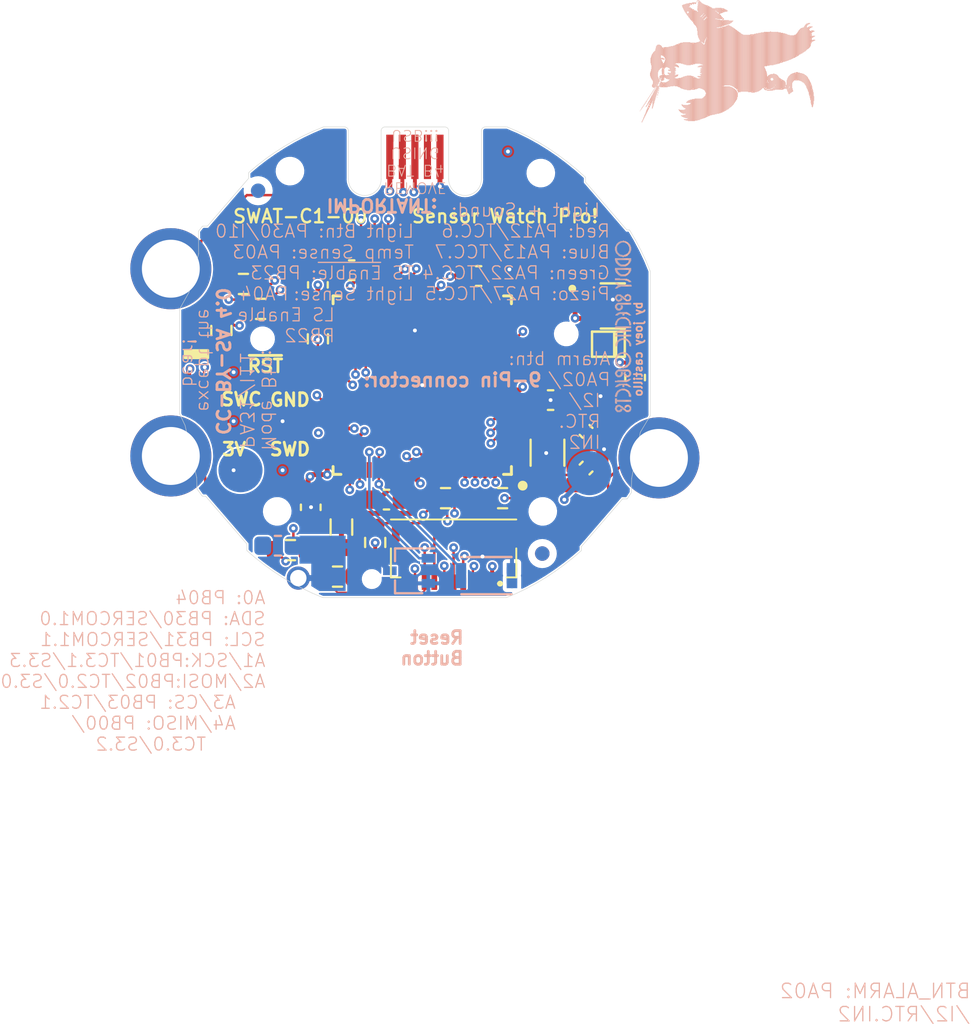
<source format=kicad_pcb>
(kicad_pcb (version 20211014) (generator pcbnew)
  (layers (0 "F.Cu" signal) (1 "In1.Cu" signal) (2 "In2.Cu" signal) (31 "B.Cu" signal) (34 "B.Paste" user) (35 "F.Paste" user) (36 "B.SilkS" user "B.Silkscreen") (37 "F.SilkS" user "F.Silkscreen") (38 "B.Mask" user) (39 "F.Mask" user) (44 "Edge.Cuts" user))
  (net 0 "")
  (net 1 "GND")
  (net 2 "/~{RESET}")
  (net 3 "/SWDIO_MODE")
  (net 4 "/VDDCORE")
  (net 5 "/XIN32")
  (net 6 "/XOUT32")
  (net 7 "/SWCLK_LIGHT")
  (net 8 "/VDDOUT")
  (net 10 "/USB_P")
  (net 11 "/USB_N")
  (net 12 "/BUZZER")
  (net 13 "/ALARM")
  (net 14 "/TEMPSENSE")
  (net 15 "/SEG0")
  (net 16 "/SEG1")
  (net 17 "/SEG2")
  (net 18 "/SEG3")
  (net 19 "/SEG4")
  (net 20 "/SEG5")
  (net 21 "/SEG6")
  (net 22 "/SEG7")
  (net 23 "/SEG8")
  (net 24 "/SEG9")
  (net 25 "/SEG10")
  (net 26 "/SEG11")
  (net 27 "/SEG12")
  (net 28 "/SEG13")
  (net 29 "/SEG14")
  (net 30 "/SEG15")
  (net 31 "/SEG16")
  (net 32 "/SEG17")
  (net 33 "/COM2")
  (net 34 "/COM1")
  (net 35 "VCC")
  (net 36 "/COM0")
  (net 37 "VBUS")
  (net 38 "/SEG18")
  (net 39 "/SEG19")
  (net 40 "/SEG20")
  (net 41 "+3V3")
  (net 42 "/SEG21")
  (net 43 "/SEG22")
  (net 44 "/SEG23")
  (net 45 "/A2_MOSI")
  (net 46 "/A1_SCK")
  (net 47 "/SCL")
  (net 48 "/SDA")
  (net 49 "/A0")
  (net 50 "/A4{slash}D1{slash}MISO")
  (net 51 "/A3{slash}D0{slash}CS")
  (net 54 "/~{RED}")
  (net 55 "/~{GREEN}")
  (net 56 "/~{BLUE}")
  (net 57 "/LIGHTSENSE")
  (net 58 "/LS_ENABLE")
  (net 59 "Net-(D2-Pad1)")
  (net 60 "/~{TS_ENABLE}")
  (net 61 "Net-(D2-Pad3)")
  (net 62 "Net-(D2-Pad4)")
  (net 63 "/VLCD")
  (net 64 "/BUZZER_HV")
  (footprint "Capacitor_SMD:C_0603_1608Metric" (layer "F.Cu") (at -5.0292 -4.0132 90)
    (fp_text reference "C3" hide)
    (fp_text value "0.1uF" hide)
  )
  (footprint "OSO-SWAT-A1-05:SOD-323F" (layer "F.Cu") (at 10.033 -0.9398)
    (fp_text reference "D1" hide)
    (fp_text value "SCHOTTKY" hide)
  )
  (footprint "Resistor_SMD:R_0603_1608Metric" (layer "F.Cu") (at -8.89 -4.06 180)
    (fp_text reference "R7" hide)
    (fp_text value "100" hide)
  )
  (footprint "Capacitor_SMD:C_0402_1005Metric" (layer "F.Cu") (at 8.874521 5.475479 45)
    (fp_text reference "C7" hide)
    (fp_text value "10pf" hide)
  )
  (footprint "Resistor_SMD:R_0603_1608Metric" (layer "F.Cu") (at -4.0132 11.0998 180)
    (fp_text reference "R3" hide)
    (fp_text value "10K" hide)
  )
  (footprint "Resistor_SMD:R_0603_1608Metric" (layer "F.Cu") (at -6.4516 9.7282 180)
    (fp_text reference "R1" hide)
    (fp_text value "1K" hide)
  )
  (footprint "Capacitor_SMD:C_0603_1608Metric" (layer "F.Cu") (at -1.4732 7.112)
    (fp_text reference "C5" hide)
    (fp_text value "1uF" hide)
  )
  (footprint "OSO-SWAT-A1-05:FH19C9S05SH10" (layer "F.Cu") (at 2.0066 8.89 180)
    (fp_text reference "J2" hide)
    (fp_text value "FH19C-9S-0.5SH_10_" hide)
  )
  (footprint "Resistor_SMD:R_0603_1608Metric" (layer "F.Cu") (at 1.588 7.0358 180)
    (fp_text reference "R11" hide)
    (fp_text value "10K 0.1%" hide)
  )
  (footprint "Crystal:Crystal_SMD_3215-2Pin_3.2x1.5mm" (layer "F.Cu") (at 6.874521 4.6811 90)
    (fp_text reference "X1" hide)
    (fp_text value "Crystal" hide)
  )
  (footprint "Capacitor_SMD:C_0402_1005Metric" (layer "F.Cu") (at 8.874521 3.575479 -45)
    (fp_text reference "C8" hide)
    (fp_text value "10pf" hide)
  )
  (footprint "OSO-SWAT-A1-05:MICROBUILDER_TESTPOINT_ROUND_1.5MM" (layer "F.Cu") (at -4.826 -10.922 180)
    (fp_text reference "TP8" hide)
    (fp_text value "MICROBUILDER_TESTPOINTROUND1.5MM" hide)
  )
  (footprint "Capacitor_SMD:C_0603_1608Metric" (layer "F.Cu") (at 3.302 -4.4704)
    (fp_text reference "C4" hide)
    (fp_text value "0.1uF" hide)
  )
  (footprint "OSO-SWAT-A1-05:QFN64_9X9MC_MCH" (layer "F.Cu") (at 0.381 1.1811 180)
    (fp_text reference "U1" hide)
    (fp_text value "ATSAML22J18A-MUT" hide)
  )
  (footprint "Resistor_SMD:R_0603_1608Metric" (layer "F.Cu") (at 4.5466 7.0358 180)
    (fp_text reference "R10" hide)
    (fp_text value "10K THERM" hide)
  )
  (footprint "Capacitor_SMD:C_0603_1608Metric" (layer "F.Cu") (at 11.4173 0.7874 -90)
    (fp_text reference "C1" hide)
    (fp_text value "10uF" hide)
  )
  (footprint "Capacitor_SMD:C_0603_1608Metric" (layer "F.Cu") (at -3.2766 -4.7752 180)
    (fp_text reference "C6" hide)
    (fp_text value "1uF" hide)
  )
  (footprint "OSO-SWAT-A1-05:SOT65P210X110-5N" (layer "F.Cu") (at 10.2616 -2.921)
    (fp_text reference "U2" hide)
    (fp_text value "MIC5365-3.3YC5-TR" hide)
  )
  (footprint "OSO-SWAT-A1-05:MICROBUILDER_TESTPOINT_ROUND_1.5MM" (layer "F.Cu") (at 4.826 -10.922)
    (fp_text reference "TP1" hide)
    (fp_text value "MICROBUILDER_TESTPOINTROUND1.5MM" hide)
  )
  (footprint "OSO-SWD:OSO_SWD_2x3" (layer "F.Cu") (at -8.129999 3.049999)
    (fp_text reference "J1" hide)
    (fp_text value "OSO_SWD" hide)
  )
  (footprint "Resistor_SMD:R_0603_1608Metric" (layer "F.Cu") (at -2.0574 9.33 90)
    (fp_text reference "R4" hide)
    (fp_text value "10K" hide)
  )
  (footprint "Capacitor_SMD:C_0603_1608Metric" (layer "F.Cu") (at 7.0358 1.9558)
    (fp_text reference "C9" hide)
    (fp_text value "1uF" hide)
  )
  (footprint "OSO-SWAT-A1-05:CASIO-F91W-OUTLINE-USB" (layer "F.Cu") (at 0 0)
    (fp_text reference "U$2" hide)
    (fp_text value "SENSOR-WATCH-USB" hide)
    (fp_line (start -8.180268 -10.199068) (end -8.617081 -9.831118) (layer "Edge.Cuts") (width 0.025))
    (fp_line (start -1.55 -12.19444) (end 1.55 -12.19444) (layer "Edge.Cuts") (width 0.025))
    (fp_line (start 5.804081 11.71039) (end 5.283181 11.96119) (layer "Edge.Cuts") (width 0.025))
    (fp_line (start -8.712168 9.41319) (end -10.855031 6.931331) (layer "Edge.Cuts") (width 0.025))
    (fp_line (start -11.012131 -7.05574) (end -11.22435 -6.79254) (layer "Edge.Cuts") (width 0.025))
    (fp_line (start 8.19084 10.129768) (end 7.741568 10.483931) (layer "Edge.Cuts") (width 0.025))
    (fp_line (start -6.293709 -11.468231) (end -6.785659 -11.18159) (layer "Edge.Cuts") (width 0.025))
    (fp_line (start -7.729631 -10.547681) (end -8.180268 -10.199068) (layer "Edge.Cuts") (width 0.025))
    (fp_line (start -11.02729 6.931331) (end -11.301518 6.54825) (layer "Edge.Cuts") (width 0.025))
    (fp_line (start 8.6263 9.55375) (end 8.6263 9.75909) (layer "Edge.Cuts") (width 0.025))
    (fp_line (start -11.301518 6.54825) (end -11.31254 5.972231) (layer "Edge.Cuts") (width 0.025))
    (fp_line (start 7.927618 -10.371281) (end 7.443931 -10.73374) (layer "Edge.Cuts") (width 0.025))
    (fp_line (start 11.128809 -6.857309) (end 10.98964 -6.857309) (layer "Edge.Cuts") (width 0.025))
    (fp_line (start 6.309818 11.43615) (end 5.804081 11.71039) (layer "Edge.Cuts") (width 0.025))
    (fp_line (start 11.430609 -6.34469) (end 11.128809 -6.857309) (layer "Edge.Cuts") (width 0.025))
    (fp_line (start -7.349309 10.82155) (end -7.819209 10.485309) (layer "Edge.Cuts") (width 0.025))
    (fp_line (start 6.42694 -11.393809) (end 5.893659 -11.687331) (layer "Edge.Cuts") (width 0.025))
    (fp_line (start 3.45 -11.99444) (end 3.45 -9.49444) (layer "Edge.Cuts") (width 0.025))
    (fp_line (start 12.199568 -4.7241) (end 11.9694 -5.27944) (layer "Edge.Cuts") (width 0.025))
    (fp_line (start 1.75 -11.99444) (end 1.75 -9.49444) (layer "Edge.Cuts") (width 0.025))
    (fp_line (start -11.71355 -3.627168) (end -11.213318 -5.628081) (layer "Edge.Cuts") (width 0.025))
    (fp_line (start -5.273981 -11.973968) (end -5.789368 -11.731418) (layer "Edge.Cuts") (width 0.025))
    (fp_line (start 7.27855 10.82155) (end 6.801768 11.1385) (layer "Edge.Cuts") (width 0.025))
    (fp_line (start -8.712168 9.7522) (end -8.712168 9.41319) (layer "Edge.Cuts") (width 0.025))
    (fp_line (start 11.00755 7.071918) (end 10.76914 7.071918) (layer "Edge.Cuts") (width 0.025))
    (fp_line (start 3.65 -12.19444) (end 4.778809 -12.19444) (layer "Edge.Cuts") (width 0.025))
    (fp_line (start -8.617081 -9.831118) (end -8.617081 -9.5376) (layer "Edge.Cuts") (width 0.025))
    (fp_line (start 5.893659 -11.687331) (end 5.343809 -11.954659) (layer "Edge.Cuts") (width 0.025))
    (fp_line (start 4.747131 12.185809) (end -4.777868 12.185809) (layer "Edge.Cuts") (width 0.025))
    (fp_line (start -4.747559 -12.19444) (end -3.65 -12.19444) (layer "Edge.Cuts") (width 0.025))
    (fp_line (start 11.9694 -5.27944) (end 11.71174 -5.818281) (layer "Edge.Cuts") (width 0.025))
    (fp_line (start 11.6869 3.622668) (end 12.199568 2.76969) (layer "Edge.Cuts") (width 0.025))
    (fp_line (start -6.362618 11.4334) (end -6.86425 11.1385) (layer "Edge.Cuts") (width 0.025))
    (fp_line (start -5.789368 -11.731418) (end -6.293709 -11.468231) (layer "Edge.Cuts") (width 0.025))
    (fp_line (start -5.848631 11.70625) (end -6.362618 11.4334) (layer "Edge.Cuts") (width 0.025))
    (fp_line (start -8.617081 -9.5376) (end -10.761331 -7.05574) (layer "Edge.Cuts") (width 0.025))
    (fp_line (start 8.39615 -9.988218) (end 7.927618 -10.371281) (layer "Edge.Cuts") (width 0.025))
    (fp_line (start 6.801768 11.1385) (end 6.309818 11.43615) (layer "Edge.Cuts") (width 0.025))
    (fp_line (start -12.2 2.663568) (end -12.2 -2.757631) (layer "Edge.Cuts") (width 0.025))
    (fp_line (start 12.199568 2.76969) (end 12.199568 -4.7241) (layer "Edge.Cuts") (width 0.025))
    (fp_line (start -8.273968 10.12839) (end -8.712168 9.7522) (layer "Edge.Cuts") (width 0.025))
    (fp_line (start 8.8468 -9.34055) (end 8.8468 -9.5872) (layer "Edge.Cuts") (width 0.025))
    (fp_line (start -5.31944 11.95705) (end -5.848631 11.70625) (layer "Edge.Cuts") (width 0.025))
    (fp_line (start -12.2 -2.757631) (end -11.71355 -3.627168) (layer "Edge.Cuts") (width 0.025))
    (fp_line (start -11.31254 5.972231) (end -11.913368 3.27264) (layer "Edge.Cuts") (width 0.025))
    (fp_line (start 10.76914 7.071918) (end 8.6263 9.55375) (layer "Edge.Cuts") (width 0.025))
    (fp_line (start -6.785659 -11.18159) (end -7.263868 -10.874268) (layer "Edge.Cuts") (width 0.025))
    (fp_line (start 11.2363 6.021831) (end 11.222509 6.748068) (layer "Edge.Cuts") (width 0.025))
    (fp_line (start -7.263868 -10.874268) (end -7.729631 -10.547681) (layer "Edge.Cuts") (width 0.025))
    (fp_line (start 8.6263 9.75909) (end 8.19084 10.129768) (layer "Edge.Cuts") (width 0.025))
    (fp_line (start -11.22435 -6.79254) (end -11.213318 -5.628081) (layer "Edge.Cuts") (width 0.025))
    (fp_line (start 7.443931 -10.73374) (end 6.9437 -11.075468) (layer "Edge.Cuts") (width 0.025))
    (fp_line (start 11.222509 6.748068) (end 11.00755 7.071918) (layer "Edge.Cuts") (width 0.025))
    (fp_line (start 5.283181 11.96119) (end 4.747131 12.185809) (layer "Edge.Cuts") (width 0.025))
    (fp_line (start -7.819209 10.485309) (end -8.273968 10.12839) (layer "Edge.Cuts") (width 0.025))
    (fp_line (start 11.71174 -5.818281) (end 11.430609 -6.34469) (layer "Edge.Cuts") (width 0.025))
    (fp_line (start -3.45 -11.99444) (end -3.45 -9.49444) (layer "Edge.Cuts") (width 0.025))
    (fp_line (start 8.8468 -9.5872) (end 8.39615 -9.988218) (layer "Edge.Cuts") (width 0.025))
    (fp_line (start -4.747559 -12.19444) (end -5.273981 -11.973968) (layer "Edge.Cuts") (width 0.025))
    (fp_line (start 11.6869 3.622668) (end 11.2363 6.021831) (layer "Edge.Cuts") (width 0.025))
    (fp_line (start -11.913368 3.27264) (end -12.2 2.663568) (layer "Edge.Cuts") (width 0.025))
    (fp_line (start -10.761331 -7.05574) (end -11.012131 -7.05574) (layer "Edge.Cuts") (width 0.025))
    (fp_line (start -6.86425 11.1385) (end -7.349309 10.82155) (layer "Edge.Cuts") (width 0.025))
    (fp_line (start 6.9437 -11.075468) (end 6.42694 -11.393809) (layer "Edge.Cuts") (width 0.025))
    (fp_line (start -10.855031 6.931331) (end -11.02729 6.931331) (layer "Edge.Cuts") (width 0.025))
    (fp_line (start 5.343809 -11.954659) (end 4.778809 -12.19444) (layer "Edge.Cuts") (width 0.025))
    (fp_line (start -1.75 -11.99444) (end -1.75 -9.49444) (layer "Edge.Cuts") (width 0.025))
    (fp_line (start 7.741568 10.483931) (end 7.27855 10.82155) (layer "Edge.Cuts") (width 0.025))
    (fp_line (start 10.98964 -6.857309) (end 8.8468 -9.34055) (layer "Edge.Cuts") (width 0.025))
    (fp_line (start -4.777868 12.185809) (end -5.31944 11.95705) (layer "Edge.Cuts") (width 0.025))
    (fp_arc (start 3.45 -9.49444) (mid 2.6 -8.64444) (end 1.75 -9.49444) (layer "Edge.Cuts") (width 0.025))
    (fp_arc (start 3.45 -11.99444) (mid 3.508579 -12.135861) (end 3.65 -12.19444) (layer "Edge.Cuts") (width 0.025))
    (fp_arc (start 1.55 -12.19444) (mid 1.69143 -12.13587) (end 1.75 -11.99444) (layer "Edge.Cuts") (width 0.025))
    (fp_arc (start -1.75 -9.49444) (mid -2.6 -8.64444) (end -3.45 -9.49444) (layer "Edge.Cuts") (width 0.025))
    (fp_arc (start -1.75 -11.99444) (mid -1.691421 -12.135861) (end -1.55 -12.19444) (layer "Edge.Cuts") (width 0.025))
    (fp_arc (start -3.65 -12.19444) (mid -3.508579 -12.135861) (end -3.45 -11.99444) (layer "Edge.Cuts") (width 0.025))
  )
  (footprint "Inductor_SMD:L_0805_2012Metric" (layer "F.Cu") (at -3.81 8.5344 -90)
    (fp_text reference "L1" hide)
    (fp_text value "10uH" hide)
  )
  (footprint "Resistor_SMD:R_0603_1608Metric" (layer "F.Cu") (at -8.001 -2.7686 180)
    (fp_text reference "R8" hide)
    (fp_text value "100" hide)
  )
  (footprint "Resistor_SMD:R_0603_1608Metric" (layer "F.Cu") (at -5.0292 -1.2192 -90)
    (fp_text reference "Q1" hide)
    (fp_text value "Q_Photo_NPN" hide)
  )
  (footprint "Capacitor_SMD:C_0603_1608Metric" (layer "F.Cu") (at -5.4 7.51 -90)
    (fp_text reference "C2" hide)
    (fp_text value "0.1uF" hide)
  )
  (footprint "OSO-SWAT-A1-05:MICROBUILDER_TESTPOINT_ROUND_1.5MM" (layer "F.Cu") (at 8.89 7.874 180)
    (fp_text reference "TP10" hide)
    (fp_text value "MICROBUILDER_TESTPOINTROUND1.5MM" hide)
  )
  (footprint "OSO-SWAT-A1-05:MICROBUILDER_TESTPOINT_ROUND_1.5MM" (layer "F.Cu") (at -8.89 7.874 180)
    (fp_text reference "TP9" hide)
    (fp_text value "MICROBUILDER_TESTPOINTROUND1.5MM" hide)
  )
  (footprint "Fiducial:Fiducial_0.75mm_Mask1.5mm" (layer "F.Cu") (at 6.604 9.906)
    (fp_text reference "FID10" hide)
    (fp_text value "Fiducial" hide)
  )
  (footprint "Fiducial:Fiducial_0.75mm_Mask1.5mm" (layer "F.Cu") (at 4.572 -9.144)
    (fp_text reference "FID9" hide)
    (fp_text value "Fiducial" hide)
  )
  (footprint "Resistor_SMD:R_0603_1608Metric" (layer "F.Cu") (at -10.033 -1.651 -90)
    (fp_text reference "R6" hide)
    (fp_text value "1K" hide)
  )
  (footprint "Fiducial:Fiducial_0.75mm_Mask1.5mm" (layer "F.Cu") (at -4.572 -9.144)
    (fp_text reference "FID7" hide)
    (fp_text value "Fiducial" hide)
  )
  (footprint "OSO-SWAT-A1-05:LED_QBLP655_RGB" (layer "F.Cu") (at -11.3284 0 90)
    (fp_text reference "D2" hide)
    (fp_text value "QBLP655-RGB" hide)
  )
  (footprint "Inductor_SMD:L_0603_1608Metric" (layer "B.Cu") (at -7.1 9.5 180)
    (fp_text reference "L2" hide)
    (fp_text value "10mH" hide)
  )
  (footprint "Package_TO_SOT_SMD:SOT-323_SC-70" (layer "B.Cu") (at -0.3 10.8 180)
    (fp_text reference "Q2" hide)
    (fp_text value "Q_NMOS_GSD" hide)
  )
  (footprint "Fiducial:Fiducial_0.75mm_Mask1.5mm" (layer "B.Cu") (at -8.128 -8.89 180)
    (fp_text reference "FID8" hide)
    (fp_text value "Fiducial" hide)
  )
  (footprint "OSO-SWAT-A1-05:SW_EVP-BB1AAB000" (layer "B.Cu") (at 3.7084 11.049 180)
    (fp_text reference "RESET0" hide)
    (fp_text value "EVP-BB1AAB000" hide)
  )
  (footprint "Fiducial:Fiducial_0.75mm_Mask1.5mm" (layer "B.Cu") (at 6.604 9.906 180)
    (fp_text reference "FID11" hide)
    (fp_text value "Fiducial" hide)
  )
  (footprint "OSO-SWAT-A1-05:OSO_WORDMARK_ONELINE_350MIL_1000DPI" (layer "B.Cu") (at 10.795 -1.8542 -90)
    (fp_text reference "U$6" hide)
    (fp_text value "" hide)
  )
  (footprint "OSO-SWAT-A1-05:OSO_BEAR_250X360MIL_1000DPI" (layer "B.Cu") (at 16.1671 -15.5829 -90)
    (fp_text reference "U$5" hide)
    (fp_text value "" hide)
  )
  (gr_rect (start -11.925479 -0.624521) (end -10.725479 -0.224521) (layer "F.SilkS") (width 0.12) (fill solid))
  (gr_text "CC-BY-SA 4.0" (at -9.9568 -0.0508 -90) (layer "B.SilkS") (effects (font (size 0.6731 0.6731) (thickness 0.146304)) (justify mirror)))
  (gr_text "bear!" (at -11.7094 0.0254 -90) (layer "B.SilkS") (effects (font (size 0.6731 0.6731) (thickness 0.065024)) (justify mirror)))
  (gr_text "by joey castillo" (at 11.5824 -0.6858 -270) (layer "B.SilkS") (effects (font (size 0.41656 0.41656) (thickness 0.09144)) (justify mirror)))
  (gr_text "REMOVE\nBAT B4\nUSING\nUSB!!!" (at 0.007121 -8.719321 -180) (layer "B.SilkS") (effects (font (size 0.560832 0.560832) (thickness 0.048768)) (justify top mirror)))
  (gr_text "PA04" (at -6.5024 -3.937) (layer "B.SilkS") (effects (font (size 0.6731 0.6731) (thickness 0.065024)) (justify left top mirror)))
  (gr_text "Reset\nButton" (at 2.6 14.8) (layer "B.SilkS") (effects (font (size 0.666496 0.666496) (thickness 0.146304)) (justify left mirror)))
  (gr_text "Alarm btn:\nPA02/\n I2/\n RTC.\n IN2" (at 10.1854 -0.5842) (layer "B.SilkS") (effects (font (size 0.6731 0.6731) (thickness 0.065024)) (justify left top mirror)))
  (gr_text "except the" (at -10.8712 -0.127 -90) (layer "B.SilkS") (effects (font (size 0.6731 0.6731) (thickness 0.065024)) (justify mirror)))
  (gr_text "9-Pin connector:" (at 6.6548 0.508) (layer "B.SilkS") (effects (font (size 0.6985 0.6985) (thickness 0.146304)) (justify left top mirror)))
  (gr_text "IMPORTANT:" (at -1.7018 -7.747 -180) (layer "B.SilkS") (effects (font (size 0.666496 0.666496) (thickness 0.146304)) (justify top mirror)))
  (gr_text " Light + Sound:\nRed: PA12/TCC.6\nBlue: PA13/TCC.7\nGreen: PA22/TCC.4\nPiezo: PA27/TCC.5\n" (at 10.16 -8.2804) (layer "B.SilkS") (effects (font (size 0.6731 0.6731) (thickness 0.065024)) (justify left top mirror)))
  (gr_text "Light Btn: PA30/I10\nTemp Sense: PA03\nTS ~{Enable}: PB23\nLight Sense: \n        LS Enable\n        PB22\n" (at 0 -7.1882) (layer "B.SilkS") (effects (font (size 0.6731 0.6731) (thickness 0.065024)) (justify left top mirror)))
  (gr_text "A0: PB04\nSDA: PB30/SERCOM1.0\nSCL: PB31/SERCOM1.1\nA1/SCK:PB01/TC3.1/S3.3\nA2/MOSI:PB02/TC2.0/S3.0\n   A3/CS: PB03/TC2.1\n   A4/MISO: PB00/\n      TC3.0/S3.2\n" (at -7.7 11.8) (layer "B.SilkS") (effects (font (size 0.6731 0.6731) (thickness 0.065024)) (justify left top mirror)))
  (gr_text "BTN_ALARM: PA02\n/I2/RTC.IN2" (at 28.8568 32.1296) (layer "B.SilkS") (effects (font (size 0.747776 0.747776) (thickness 0.065024)) (justify left top mirror)))
  (gr_text "Mode Btn:\nPA31/I11" (at -7.1882 1.9558 270) (layer "B.SilkS") (effects (font (size 0.6985 0.6985) (thickness 0.065024)) (justify top mirror)))
  (gr_text "3V" (at -9.3726 4.1148) (layer "F.SilkS") (effects (font (size 0.666496 0.666496) (thickness 0.146304)) (justify top)))
  (gr_text "SWD" (at -6.477 4.1148) (layer "F.SilkS") (effects (font (size 0.666496 0.666496) (thickness 0.146304)) (justify top)))
  (gr_text "Sensor Watch Pro!" (at 4.674521 -7.5692) (layer "F.SilkS") (effects (font (size 0.69088 0.69088) (thickness 0.12192))))
  (gr_text "SWC" (at -8.9916 1.524) (layer "F.SilkS") (effects (font (size 0.666496 0.666496) (thickness 0.146304)) (justify top)))
  (gr_text "~{RST}" (at -7.75 -0.2) (layer "F.SilkS") (effects (font (size 0.666496 0.666496) (thickness 0.146304)) (justify top)))
  (gr_text "GND" (at -6.477 1.5494) (layer "F.SilkS") (effects (font (size 0.666496 0.666496) (thickness 0.146304)) (justify top)))
  (gr_text "SWAT-C1-00" (at -5.9436 -7.5692) (layer "F.SilkS") (effects (font (size 0.69088 0.69088) (thickness 0.12192))))
  (segment (start 1.3 -10.64444) (end 1.3 -9.1232) (width 0.254) (layer "F.Cu") (net 1))
  (segment (start 8.46942 4.699) (end 6.8072 4.699) (width 0.127) (layer "F.Cu") (net 1))
  (segment (start 9.786917 4.5212) (end 8.994262 4.5212) (width 0.127) (layer "F.Cu") (net 1))
  (segment (start 1.631 -0.0689) (end 0.381 1.1811) (width 0.254) (layer "F.Cu") (net 1))
  (segment (start -0.869 2.4311) (end 0.381 1.1811) (width 0.254) (layer "F.Cu") (net 1))
  (segment (start -4.2891 -2.5689) (end -4.2926 -2.5654) (width 0.254) (layer "F.Cu") (net 1))
  (segment (start 9.9314 -2.921) (end 10.2616 -3.2512) (width 0.254) (layer "F.Cu") (net 1))
  (segment (start 9.2916 -2.921) (end 9.9314 -2.921) (width 0.254) (layer "F.Cu") (net 1))
  (segment (start -4.2926 -3.8354) (end -4.0386 -4.0894) (width 0.254) (layer "F.Cu") (net 1))
  (segment (start 4.7752 1.9311) (end 1.131 1.9311) (width 0.254) (layer "F.Cu") (net 1))
  (segment (start 1.131 1.9311) (end 0.381 1.1811) (width 0.254) (layer "F.Cu") (net 1))
  (segment (start 9.8168 1.5624) (end 11.4173 1.5624) (width 0.254) (layer "F.Cu") (net 1))
  (segment (start 3.5066 11.39) (end 3.5066 10.0598) (width 0.2032) (layer "F.Cu") (net 1))
  (segment (start -4.0132 4.4311) (end -2.869 4.4311) (width 0.254) (layer "F.Cu") (net 1))
  (segment (start 8.816462 4.351958) (end 9.233731 3.934689) (width 0.127) (layer "F.Cu") (net 1))
  (segment (start -4.2926 -2.5654) (end -4.2926 -3.8354) (width 0.254) (layer "F.Cu") (net 1))
  (segment (start -5.0292 -4.7752) (end -4.0386 -4.7752) (width 0.254) (layer "F.Cu") (net 1))
  (segment (start -5.3848 7.5032) (end -5.3848 8.2934) (width 0.254) (layer "F.Cu") (net 1))
  (segment (start 4.064 -4.4704) (end 4.555841 -4.4704) (width 0.254) (layer "F.Cu") (net 1))
  (segment (start -3.369 -2.5689) (end 0.381 1.1811) (width 0.254) (layer "F.Cu") (net 1))
  (segment (start -0.869 6.7634) (end -0.5966 7.0358) (width 0.254) (layer "F.Cu") (net 1))
  (segment (start 7.8108 1.9558) (end 9.4234 1.9558) (width 0.254) (layer "F.Cu") (net 1))
  (segment (start -4.0132 -2.5689) (end -3.369 -2.5689) (width 0.254) (layer "F.Cu") (net 1))
  (segment (start -2.869 4.4311) (end 0.381 1.1811) (width 0.254) (layer "F.Cu") (net 1))
  (segment (start -0.869 5.5753) (end -0.869 2.4311) (width 0.254) (layer "F.Cu") (net 1))
  (segment (start -4.0386 -4.0894) (end -4.0386 -4.7752) (width 0.254) (layer "F.Cu") (net 1))
  (segment (start 8.994262 4.5212) (end 8.816462 4.699) (width 0.127) (layer "F.Cu") (net 1))
  (segment (start 9.4234 1.9558) (end 9.6266 1.7526) (width 0.254) (layer "F.Cu") (net 1))
  (segment (start 3.5066 10.0598) (end 3.5052 10.0584) (width 0.2032) (layer "F.Cu") (net 1))
  (segment (start 7.8108 1.9558) (end 7.0358 1.9558) (width 0.254) (layer "F.Cu") (net 1))
  (segment (start 9.233731 5.116269) (end 8.816462 4.699) (width 0.127) (layer "F.Cu") (net 1))
  (segment (start 9.6266 1.7526) (end 9.8168 1.5624) (width 0.254) (layer "F.Cu") (net 1))
  (segment (start 8.816462 4.699) (end 8.816462 4.351958) (width 0.127) (layer "F.Cu") (net 1))
  (segment (start 1.631 -3.2131) (end 1.631 -0.0689) (width 0.254) (layer "F.Cu") (net 1))
  (segment (start -4.0132 -2.5689) (end -4.2891 -2.5689) (width 0.254) (layer "F.Cu") (net 1))
  (segment (start 4.555841 -4.4704) (end 4.899826 -4.814385) (width 0.254) (layer "F.Cu") (net 1))
  (segment (start 8.816462 4.699) (end 8.509 4.699) (width 0.127) (layer "F.Cu") (net 1))
  (segment (start 9.807168 4.500949) (end 9.786917 4.5212) (width 0.127) (layer "F.Cu") (net 1))
  (segment (start -0.869 5.5753) (end -0.869 6.7634) (width 0.254) (layer "F.Cu") (net 1))
  (segment (start 1.3 -9.1232) (end 1.2954 -9.1186) (width 0.254) (layer "F.Cu") (net 1))
  (via (at 9.6266 1.7526) (size 0.45) (drill 0.2) (layers "F.Cu" "B.Cu") (net 1))
  (via (at -5.3848 7.5032) (size 0.45) (drill 0.2) (layers "F.Cu" "B.Cu") (net 1))
  (via (at 4.899826 -4.814385) (size 0.45) (drill 0.2) (layers "F.Cu" "B.Cu") (net 1))
  (via (at 0 -1.651) (size 0.45) (drill 0.2) (layers "F.Cu" "B.Cu") (net 1))
  (via (at 6.8072 4.699) (size 0.45) (drill 0.2) (layers "F.Cu" "B.Cu") (net 1))
  (via (at 7.0358 1.9558) (size 0.45) (drill 0.2) (layers "F.Cu" "B.Cu") (net 1))
  (via (at 1.2954 -9.1186) (size 0.45) (drill 0.2) (layers "F.Cu" "B.Cu") (net 1))
  (via (at 3.5052 10.0584) (size 0.45) (drill 0.2) (layers "F.Cu" "B.Cu") (net 1))
  (via (at 10.2616 -3.2512) (size 0.45) (drill 0.2) (layers "F.Cu" "B.Cu") (net 1))
  (via (at 9.807168 4.500949) (size 0.45) (drill 0.2) (layers "F.Cu" "B.Cu") (net 1))
  (via (at -6.859999 3.049999) (size 0.45) (drill 0.2) (layers "F.Cu" "B.Cu") (net 1))
  (via (at 0.381 1.1811) (size 0.45) (drill 0.2) (layers "F.Cu" "B.Cu") (net 1))
  (segment (start 2.1844 -1.3716) (end 1.905 -1.3716) (width 0.254) (layer "B.Cu") (net 1))
  (segment (start 5.0334 10.0584) (end 5.0334 10.674) (width 0.2032) (layer "B.Cu") (net 1))
  (segment (start 1.905 -1.3716) (end 0.381 0.1524) (width 0.254) (layer "B.Cu") (net 1))
  (segment (start 0.381 0.1524) (end 0.381 1.1811) (width 0.254) (layer "B.Cu") (net 1))
  (segment (start 5.0334 11.424) (end 5.0334 10.674) (width 0.55) (layer "B.Cu") (net 1))
  (segment (start 3.5052 10.0584) (end 5.0334 10.0584) (width 0.2032) (layer "B.Cu") (net 1))
  (segment (start -1.869 6.265) (end -1.869 5.5753) (width 0.127) (layer "F.Cu") (net 2))
  (segment (start -1.869 5.5753) (end -1.869 4.689372) (width 0.127) (layer "F.Cu") (net 2))
  (segment (start -1.869 4.689372) (end -1.823797 4.644169) (width 0.127) (layer "F.Cu") (net 2))
  (via (at -1.8708 6.308) (size 0.45) (drill 0.2) (layers "F.Cu" "B.Cu") (net 2))
  (via (at -9.399999 0.509999) (size 0.45) (drill 0.2) (layers "F.Cu" "B.Cu") (net 2))
  (via (at -1.823797 4.644169) (size 0.45) (drill 0.2) (layers "F.Cu" "B.Cu") (net 2))
  (segment (start -1.8094 6.4812) (end 2.3834 10.674) (width 0.127) (layer "B.Cu") (net 2))
  (segment (start -1.8708 6.308) (end -1.8708 6.4646) (width 0.127) (layer "B.Cu") (net 2))
  (segment (start 2.3834 11.424) (end 2.3834 10.674) (width 0.55) (layer "B.Cu") (net 2))
  (segment (start -9.586 7.874) (end -8.89 7.874) (width 0.127) (layer "F.Cu") (net 3))
  (segment (start 0.0762 4.640089) (end 0.195789 4.640089) (width 0.127) (layer "F.Cu") (net 3))
  (segment (start 0.694491 4.801569) (end 1.131 5.238078) (width 0.127) (layer "F.Cu") (net 3))
  (segment (start -10.8712 6.5888) (end -9.586 7.874) (width 0.127) (layer "F.Cu") (net 3))
  (segment (start -10.8712 5.9436) (end -10.8712 6.5888) (width 0.127) (layer "F.Cu") (net 3))
  (segment (start 1.131 5.238078) (end 1.131 5.5753) (width 0.127) (layer "F.Cu") (net 3))
  (segment (start 0.357269 4.801569) (end 0.694491 4.801569) (width 0.127) (layer "F.Cu") (net 3))
  (segment (start 0.195789 4.640089) (end 0.357269 4.801569) (width 0.127) (layer "F.Cu") (net 3))
  (via (at -6.859999 5.589999) (size 0.45) (drill 0.2) (layers "F.Cu" "B.Cu") (net 3))
  (via (at 0.0762 4.640089) (size 0.45) (drill 0.2) (layers "F.Cu" "B.Cu") (net 3))
  (segment (start -2.7178 7.0358) (end -2.2482 7.0358) (width 0.254) (layer "F.Cu") (net 4))
  (segment (start -1.369 6.6014) (end -1.8034 7.0358) (width 0.254) (layer "F.Cu") (net 4))
  (segment (start -1.369 5.5753) (end -1.369 6.6014) (width 0.254) (layer "F.Cu") (net 4))
  (segment (start -3.1539 7.4719) (end -2.7178 7.0358) (width 0.254) (layer "F.Cu") (net 4))
  (segment (start -1.8034 7.0358) (end -2.2482 7.0358) (width 0.254) (layer "F.Cu") (net 4))
  (segment (start -3.81 7.4719) (end -3.1539 7.4719) (width 0.254) (layer "F.Cu") (net 4))
  (segment (start 6.4653 5.8811) (end 6.874521 5.8811) (width 0.127) (layer "F.Cu") (net 5))
  (segment (start 6.920932 5.834689) (end 6.874521 5.8811) (width 0.127) (layer "F.Cu") (net 5))
  (segment (start 5.5153 4.9311) (end 6.4653 5.8811) (width 0.127) (layer "F.Cu") (net 5))
  (segment (start 4.7752 4.9311) (end 5.5153 4.9311) (width 0.127) (layer "F.Cu") (net 5))
  (segment (start 8.515311 5.834689) (end 6.920932 5.834689) (width 0.127) (layer "F.Cu") (net 5))
  (segment (start 4.7752 4.4311) (end 5.5257 4.4311) (width 0.127) (layer "F.Cu") (net 6))
  (segment (start 5.5257 4.4311) (end 6.4757 3.4811) (width 0.127) (layer "F.Cu") (net 6))
  (segment (start 8.515311 3.216269) (end 7.139352 3.216269) (width 0.127) (layer "F.Cu") (net 6))
  (segment (start 7.139352 3.216269) (end 6.874521 3.4811) (width 0.127) (layer "F.Cu") (net 6))
  (segment (start 6.4757 3.4811) (end 6.874521 3.4811) (width 0.127) (layer "F.Cu") (net 6))
  (segment (start -0.317011 5.016989) (end 0.409911 5.016989) (width 0.127) (layer "F.Cu") (net 7))
  (segment (start -11.073558 -4.795541) (end -11.073558 -5.666344) (width 0.127) (layer "F.Cu") (net 7))
  (segment (start -11.080393 -6.293207) (end -8.7118 -8.6618) (width 0.127) (layer "F.Cu") (net 7))
  (segment (start -11.074463 -5.667249) (end -11.080393 -6.293207) (width 0.127) (layer "F.Cu") (net 7))
  (segment (start -4.826 -10.244) (end -4.826 -10.922) (width 0.127) (layer "F.Cu") (net 7))
  (segment (start -6.4082 -8.6618) (end -4.826 -10.244) (width 0.127) (layer "F.Cu") (net 7))
  (segment (start -8.7118 -8.6618) (end -6.4082 -8.6618) (width 0.127) (layer "F.Cu") (net 7))
  (segment (start -11.073558 -5.666344) (end -11.074463 -5.667249) (width 0.127) (layer "F.Cu") (net 7))
  (segment (start -0.4286 4.855498) (end -0.4286 4.9054) (width 0.127) (layer "F.Cu") (net 7))
  (segment (start -0.4286 4.9054) (end -0.317011 5.016989) (width 0.127) (layer "F.Cu") (net 7))
  (segment (start 0.631 5.238078) (end 0.631 5.5753) (width 0.127) (layer "F.Cu") (net 7))
  (segment (start -11.346081 -4.523018) (end -11.073558 -4.795541) (width 0.127) (layer "F.Cu") (net 7))
  (segment (start 0.409911 5.016989) (end 0.631 5.238078) (width 0.127) (layer "F.Cu") (net 7))
  (via (at -9.399999 3.049999) (size 0.45) (drill 0.2) (layers "F.Cu" "B.Cu") (net 7))
  (via (at -0.4286 4.855498) (size 0.45) (drill 0.2) (layers "F.Cu" "B.Cu") (net 7))
  (segment (start -3.81 8.7249) (end -3.81 9.5969) (width 0.254) (layer "F.Cu") (net 8))
  (segment (start -0.254 6.35241) (end 0.0508 6.65721) (width 0.254) (layer "F.Cu") (net 8))
  (segment (start -0.254 6.3246) (end -0.254 6.35241) (width 0.254) (layer "F.Cu") (net 8))
  (segment (start -0.369 6.2096) (end -0.254 6.3246) (width 0.254) (layer "F.Cu") (net 8))
  (segment (start -2.9083 7.8232) (end -3.81 8.7249) (width 0.254) (layer "F.Cu") (net 8))
  (segment (start -0.369 5.5753) (end -0.369 6.2096) (width 0.254) (layer "F.Cu") (net 8))
  (segment (start 0.0508 7.5692) (end -0.2032 7.8232) (width 0.254) (layer "F.Cu") (net 8))
  (segment (start 0.0508 6.65721) (end 0.0508 7.5692) (width 0.254) (layer "F.Cu") (net 8))
  (segment (start -0.2032 7.8232) (end -2.9083 7.8232) (width 0.254) (layer "F.Cu") (net 8))
  (segment (start 0 -10.64444) (end 0 -8.86935) (width 0.2032) (layer "F.Cu") (net 10))
  (segment (start -2.99182 3.9311) (end -4.0132 3.9311) (width 0.2032) (layer "F.Cu") (net 10))
  (segment (start 0 -8.86935) (end -0.05555 -8.8138) (width 0.2032) (layer "F.Cu") (net 10))
  (segment (start -2.61646 3.55574) (end -2.99182 3.9311) (width 0.2032) (layer "F.Cu") (net 10))
  (via (at -2.61646 3.55574) (size 0.45) (drill 0.2) (layers "F.Cu" "B.Cu") (net 10))
  (via (at -0.05555 -8.8138) (size 0.45) (drill 0.2) (layers "F.Cu" "B.Cu") (net 10))
  (segment (start -0.65 -8.86935) (end -0.59445 -8.8138) (width 0.2032) (layer "F.Cu") (net 11))
  (segment (start -0.65 -10.64444) (end -0.65 -8.86935) (width 0.2032) (layer "F.Cu") (net 11))
  (segment (start -3.139347 3.427418) (end -4.009518 3.427418) (width 0.2032) (layer "F.Cu") (net 11))
  (segment (start -4.009518 3.427418) (end -4.0132 3.4311) (width 0.2032) (layer "F.Cu") (net 11))
  (via (at -0.59445 -8.8138) (size 0.45) (drill 0.2) (layers "F.Cu" "B.Cu") (net 11))
  (via (at -3.139347 3.427418) (size 0.45) (drill 0.2) (layers "F.Cu" "B.Cu") (net 11))
  (segment (start -2.369 4.650969) (end -2.3622 4.644169) (width 0.2032) (layer "F.Cu") (net 12))
  (segment (start -2.369 5.5753) (end -2.369 4.650969) (width 0.127) (layer "F.Cu") (net 12))
  (via (at -2.3622 4.644169) (size 0.45) (drill 0.2) (layers "F.Cu" "B.Cu") (net 12))
  (segment (start -2.3622 7.5648) (end -2.3622 4.644169) (width 0.127) (layer "B.Cu") (net 12))
  (segment (start 0.7 10.15) (end 0.223 10.15) (width 0.127) (layer "B.Cu") (net 12))
  (segment (start 0.223 10.15) (end -2.3622 7.5648) (width 0.127) (layer "B.Cu") (net 12))
  (segment (start 11.342224 4.703628) (end 10.0195 6.026352) (width 0.127) (layer "F.Cu") (net 13))
  (segment (start 4.7752 3.9311) (end 4.1969 3.9311) (width 0.127) (layer "F.Cu") (net 13))
  (segment (start 4.1969 3.9311) (end 3.937 4.191) (width 0.127) (layer "F.Cu") (net 13))
  (segment (start 10.0195 6.026352) (end 10.0195 6.7445) (width 0.127) (layer "F.Cu") (net 13))
  (segment (start 10.0195 6.7445) (end 8.89 7.874) (width 0.127) (layer "F.Cu") (net 13))
  (segment (start 8.89 7.18681) (end 8.874521 7.171331) (width 0.0889) (layer "F.Cu") (net 13))
  (via (at 3.937 4.191) (size 0.45) (drill 0.2) (layers "F.Cu" "B.Cu") (net 13))
  (segment (start 2.0533 7.8232) (end 2.0533 7.3955) (width 0.127) (layer "F.Cu") (net 14))
  (segment (start 4.145489 3.4311) (end 3.923831 3.652758) (width 0.127) (layer "F.Cu") (net 14))
  (segment (start 4.7752 3.4311) (end 4.145489 3.4311) (width 0.127) (layer "F.Cu") (net 14))
  (segment (start 2.0533 7.3955) (end 2.413 7.0358) (width 0.127) (layer "F.Cu") (net 14))
  (segment (start 3.7216 7.0358) (end 2.413 7.0358) (width 0.127) (layer "F.Cu") (net 14))
  (via (at 3.923831 3.652758) (size 0.45) (drill 0.2) (layers "F.Cu" "B.Cu") (net 14))
  (via (at 2.0533 7.8232) (size 0.45) (drill 0.2) (layers "F.Cu" "B.Cu") (net 14))
  (segment (start 5.996661 -1.348461) (end 5.996661 -3.440957) (width 0.0889) (layer "F.Cu") (net 15))
  (segment (start 5.996661 -3.440957) (end 7.331864 -4.77616) (width 0.0889) (layer "F.Cu") (net 15))
  (segment (start 9.208 -5.271) (end 9.208 -6.25) (width 0.0889) (layer "F.Cu") (net 15))
  (segment (start 5.2171 -0.5689) (end 5.996661 -1.348461) (width 0.0889) (layer "F.Cu") (net 15))
  (segment (start 8.71316 -4.77616) (end 9.208 -5.271) (width 0.0889) (layer "F.Cu") (net 15))
  (segment (start 7.331864 -4.77616) (end 8.71316 -4.77616) (width 0.0889) (layer "F.Cu") (net 15))
  (segment (start 4.7752 -0.5689) (end 5.2171 -0.5689) (width 0.0889) (layer "F.Cu") (net 15))
  (segment (start 5.819341 -2.364941) (end 5.819341 -3.514405) (width 0.0889) (layer "F.Cu") (net 16))
  (segment (start 7.258416 -4.95348) (end 8.17928 -4.95348) (width 0.0889) (layer "F.Cu") (net 16))
  (segment (start 4.7752 -1.5689) (end 5.0233 -1.5689) (width 0.0889) (layer "F.Cu") (net 16))
  (segment (start 8.17928 -4.95348) (end 8.502 -5.2762) (width 0.0889) (layer "F.Cu") (net 16))
  (segment (start 8.502 -5.2762) (end 8.502 -6.25) (width 0.0889) (layer "F.Cu") (net 16))
  (segment (start 5.0233 -1.5689) (end 5.819341 -2.364941) (width 0.0889) (layer "F.Cu") (net 16))
  (segment (start 5.819341 -3.514405) (end 7.258416 -4.95348) (width 0.0889) (layer "F.Cu") (net 16))
  (segment (start 7.6418 -5.1308) (end 7.796 -5.285) (width 0.0889) (layer "F.Cu") (net 17))
  (segment (start 5.1169 -2.0689) (end 5.642021 -2.594021) (width 0.0889) (layer "F.Cu") (net 17))
  (segment (start 5.642021 -2.594021) (end 5.642021 -3.587853) (width 0.0889) (layer "F.Cu") (net 17))
  (segment (start 7.184968 -5.1308) (end 7.6418 -5.1308) (width 0.0889) (layer "F.Cu") (net 17))
  (segment (start 4.7752 -2.0689) (end 5.1169 -2.0689) (width 0.0889) (layer "F.Cu") (net 17))
  (segment (start 7.796 -5.285) (end 7.796 -6.25) (width 0.0889) (layer "F.Cu") (net 17))
  (segment (start 5.642021 -3.587853) (end 7.184968 -5.1308) (width 0.0889) (layer "F.Cu") (net 17))
  (segment (start 4.7752 -2.5689) (end 5.0835 -2.5689) (width 0.0889) (layer "F.Cu") (net 18))
  (segment (start 5.0835 -2.5689) (end 5.464701 -2.950101) (width 0.0889) (layer "F.Cu") (net 18))
  (segment (start 5.464701 -3.661301) (end 7.09 -5.2866) (width 0.0889) (layer "F.Cu") (net 18))
  (segment (start 7.09 -5.2866) (end 7.09 -6.25) (width 0.0889) (layer "F.Cu") (net 18))
  (segment (start 5.464701 -2.950101) (end 5.464701 -3.661301) (width 0.0889) (layer "F.Cu") (net 18))
  (segment (start 4.191 -3.3528) (end 4.191 -3.575041) (width 0.0889) (layer "F.Cu") (net 19))
  (segment (start 4.191 -3.575041) (end 4.668095 -3.575041) (width 0.0889) (layer "F.Cu") (net 19))
  (segment (start 4.131 -3.2131) (end 4.131 -3.2928) (width 0.0889) (layer "F.Cu") (net 19))
  (segment (start 4.131 -3.2928) (end 4.191 -3.3528) (width 0.0889) (layer "F.Cu") (net 19))
  (segment (start 6.384 -5.290946) (end 6.384 -6.25) (width 0.0889) (layer "F.Cu") (net 19))
  (segment (start 4.668095 -3.575041) (end 6.384 -5.290946) (width 0.0889) (layer "F.Cu") (net 19))
  (segment (start 5.678 -4.835714) (end 4.594647 -3.752361) (width 0.0889) (layer "F.Cu") (net 20))
  (segment (start 5.678 -6.25) (end 5.678 -4.835714) (width 0.0889) (layer "F.Cu") (net 20))
  (segment (start 3.890861 -3.752361) (end 3.631 -3.4925) (width 0.0889) (layer "F.Cu") (net 20))
  (segment (start 3.631 -3.4925) (end 3.631 -3.2131) (width 0.0889) (layer "F.Cu") (net 20))
  (segment (start 4.594647 -3.752361) (end 3.890861 -3.752361) (width 0.0889) (layer "F.Cu") (net 20))
  (segment (start 3.4036 -3.7651) (end 3.131 -3.4925) (width 0.0889) (layer "F.Cu") (net 21))
  (segment (start 4.972 -6.25) (end 4.972 -5.4038) (width 0.0889) (layer "F.Cu") (net 21))
  (segment (start 4.72488 -5.15668) (end 3.73428 -5.15668) (width 0.0889) (layer "F.Cu") (net 21))
  (segment (start 3.131 -3.4925) (end 3.131 -3.2131) (width 0.0889) (layer "F.Cu") (net 21))
  (segment (start 4.972 -5.4038) (end 4.72488 -5.15668) (width 0.0889) (layer "F.Cu") (net 21))
  (segment (start 3.73428 -5.15668) (end 3.4036 -4.826) (width 0.0889) (layer "F.Cu") (net 21))
  (segment (start 3.4036 -4.826) (end 3.4036 -3.7651) (width 0.0889) (layer "F.Cu") (net 21))
  (segment (start 3.2004 -4.081622) (end 3.2004 -4.880032) (width 0.0889) (layer "F.Cu") (net 22))
  (segment (start 2.631 -3.512222) (end 3.2004 -4.081622) (width 0.0889) (layer "F.Cu") (net 22))
  (segment (start 4.191 -5.334) (end 4.266 -5.409) (width 0.0889) (layer "F.Cu") (net 22))
  (segment (start 2.631 -3.2131) (end 2.631 -3.512222) (width 0.0889) (layer "F.Cu") (net 22))
  (segment (start 3.654368 -5.334) (end 4.191 -5.334) (width 0.0889) (layer "F.Cu") (net 22))
  (segment (start 4.266 -5.409) (end 4.266 -6.25) (width 0.0889) (layer "F.Cu") (net 22))
  (segment (start 3.2004 -4.880032) (end 3.654368 -5.334) (width 0.0889) (layer "F.Cu") (net 22))
  (segment (start 1.6002 -4.826) (end 1.8796 -4.826) (width 0.0889) (layer "F.Cu") (net 23))
  (segment (start 0.631 -3.8568) (end 1.6002 -4.826) (width 0.0889) (layer "F.Cu") (net 23))
  (segment (start 2.13187 -5.07827) (end 3.14787 -5.07827) (width 0.0889) (layer "F.Cu") (net 23))
  (segment (start 1.8796 -4.826) (end 2.13187 -5.07827) (width 0.0889) (layer "F.Cu") (net 23))
  (segment (start 3.56 -5.4904) (end 3.56 -6.25) (width 0.0889) (layer "F.Cu") (net 23))
  (segment (start 3.14787 -5.07827) (end 3.56 -5.4904) (width 0.0889) (layer "F.Cu") (net 23))
  (segment (start 0.631 -3.2131) (end 0.631 -3.8568) (width 0.0889) (layer "F.Cu") (net 23))
  (segment (start 2.854 -5.3686) (end 2.854 -6.25) (width 0.0889) (layer "F.Cu") (net 24))
  (segment (start 2.74099 -5.25559) (end 2.854 -5.3686) (width 0.0889) (layer "F.Cu") (net 24))
  (segment (start 1.777286 -5.00332) (end 2.029556 -5.25559) (width 0.0889) (layer "F.Cu") (net 24))
  (segment (start 1.52352 -5.00332) (end 1.777286 -5.00332) (width 0.0889) (layer "F.Cu") (net 24))
  (segment (start 2.029556 -5.25559) (end 2.74099 -5.25559) (width 0.0889) (layer "F.Cu") (net 24))
  (segment (start 0.131 -3.2131) (end 0.131 -3.6108) (width 0.0889) (layer "F.Cu") (net 24))
  (segment (start 0.131 -3.6108) (end 1.52352 -5.00332) (width 0.0889) (layer "F.Cu") (net 24))
  (segment (start 1.459001 -5.192801) (end 0.17333 -3.90713) (width 0.0889) (layer "F.Cu") (net 25))
  (segment (start -0.369 -3.695) (end -0.369 -3.2131) (width 0.0889) (layer "F.Cu") (net 25))
  (segment (start 2.148 -5.624802) (end 1.715999 -5.192801) (width 0.0889) (layer "F.Cu") (net 25))
  (segment (start 0.17333 -3.90713) (end -0.15687 -3.90713) (width 0.0889) (layer "F.Cu") (net 25))
  (segment (start 1.715999 -5.192801) (end 1.459001 -5.192801) (width 0.0889) (layer "F.Cu") (net 25))
  (segment (start 2.148 -6.25) (end 2.148 -5.624802) (width 0.0889) (layer "F.Cu") (net 25))
  (segment (start -0.15687 -3.90713) (end -0.369 -3.695) (width 0.0889) (layer "F.Cu") (net 25))
  (segment (start -0.869 -3.512222) (end -0.869 -3.2131) (width 0.0889) (layer "F.Cu") (net 26))
  (segment (start 1.442 -6.25) (end 1.442 -5.4298) (width 0.0889) (layer "F.Cu") (net 26))
  (segment (start 1.442 -5.4298) (end 0.09665 -4.08445) (width 0.0889) (layer "F.Cu") (net 26))
  (segment (start -0.296772 -4.08445) (end -0.869 -3.512222) (width 0.0889) (layer "F.Cu") (net 26))
  (segment (start 0.09665 -4.08445) (end -0.296772 -4.08445) (width 0.0889) (layer "F.Cu") (net 26))
  (segment (start 0.736 -4.9778) (end 0.01997 -4.26177) (width 0.0889) (layer "F.Cu") (net 27))
  (segment (start -0.769268 -3.862721) (end -1.19188 -3.86272) (width 0.0889) (layer "F.Cu") (net 27))
  (segment (start -1.19188 -3.86272) (end -1.369 -3.6856) (width 0.0889) (layer "F.Cu") (net 27))
  (segment (start -0.370219 -4.26177) (end -0.769268 -3.862721) (width 0.0889) (layer "F.Cu") (net 27))
  (segment (start -1.369 -3.6856) (end -1.369 -3.2131) (width 0.0889) (layer "F.Cu") (net 27))
  (segment (start 0.01997 -4.26177) (end -0.370219 -4.26177) (width 0.0889) (layer "F.Cu") (net 27))
  (segment (start 0.736 -6.25) (end 0.736 -4.9778) (width 0.0889) (layer "F.Cu") (net 27))
  (segment (start -2.413441 -3.967781) (end -2.869 -3.512222) (width 0.0889) (layer "F.Cu") (net 28))
  (segment (start 0.03 -5.4148) (end -0.127 -5.2578) (width 0.0889) (layer "F.Cu") (net 28))
  (segment (start -2.869 -3.512222) (end -2.869 -3.2131) (width 0.0889) (layer "F.Cu") (net 28))
  (segment (start -0.127 -5.2578) (end -0.776552 -5.2578) (width 0.0889) (layer "F.Cu") (net 28))
  (segment (start 0.03 -6.25) (end 0.03 -5.4148) (width 0.0889) (layer "F.Cu") (net 28))
  (segment (start -0.776552 -5.2578) (end -2.066571 -3.967781) (width 0.0889) (layer "F.Cu") (net 28))
  (segment (start -2.066571 -3.967781) (end -2.413441 -3.967781) (width 0.0889) (layer "F.Cu") (net 28))
  (segment (start -0.676 -6.25) (end -0.676 -5.60912) (width 0.0889) (layer "F.Cu") (net 29))
  (segment (start -0.676 -5.60912) (end -2.140019 -4.145101) (width 0.0889) (layer "F.Cu") (net 29))
  (segment (start -2.140019 -4.145101) (end -2.662099 -4.145101) (width 0.0889) (layer "F.Cu") (net 29))
  (segment (start -3.369 -3.4382) (end -3.369 -3.2131) (width 0.0889) (layer "F.Cu") (net 29))
  (segment (start -2.662099 -4.145101) (end -3.369 -3.4382) (width 0.0889) (layer "F.Cu") (net 29))
  (segment (start -2.549092 -0.593292) (end -2.549092 0.530294) (width 0.127) (layer "F.Cu") (net 30))
  (segment (start -1.382 -6.25) (end -1.382 -7.4318) (width 0.127) (layer "F.Cu") (net 30))
  (segment (start -3.5247 -1.5689) (end -2.549092 -0.593292) (width 0.127) (layer "F.Cu") (net 30))
  (segment (start -4.0132 -1.5689) (end -3.5247 -1.5689) (width 0.127) (layer "F.Cu") (net 30))
  (segment (start -1.382 -7.4318) (end -1.3716 -7.4422) (width 0.127) (layer "F.Cu") (net 30))
  (via (at -1.3716 -7.4422) (size 0.45) (drill 0.2) (layers "F.Cu" "B.Cu") (net 30))
  (via (at -2.549092 0.530294) (size 0.45) (drill 0.2) (layers "F.Cu" "B.Cu") (net 30))
  (segment (start -3.53165 -1.0689) (end -4.0132 -1.0689) (width 0.127) (layer "F.Cu") (net 31))
  (segment (start -2.088 -7.437) (end -2.0828 -7.4422) (width 0.127) (layer "F.Cu") (net 31))
  (segment (start -3.077989 -0.615239) (end -3.53165 -1.0689) (width 0.127) (layer "F.Cu") (net 31))
  (segment (start -3.077989 0.631018) (end -3.077989 -0.615239) (width 0.127) (layer "F.Cu") (net 31))
  (segment (start -2.088 -6.25) (end -2.088 -7.437) (width 0.127) (layer "F.Cu") (net 31))
  (via (at -3.077989 0.631018) (size 0.45) (drill 0.2) (layers "F.Cu" "B.Cu") (net 31))
  (via (at -2.0828 -7.4422) (size 0.45) (drill 0.2) (layers "F.Cu" "B.Cu") (net 31))
  (segment (start -2.794 -6.25) (end -2.794 -7.366) (width 0.127) (layer "F.Cu") (net 32))
  (segment (start -3.5407 -0.5689) (end -4.0132 -0.5689) (width 0.127) (layer "F.Cu") (net 32))
  (segment (start -3.454889 0.939311) (end -3.454889 -0.483089) (width 0.127) (layer "F.Cu") (net 32))
  (segment (start -3.2258 1.1684) (end -3.454889 0.939311) (width 0.127) (layer "F.Cu") (net 32))
  (segment (start -3.454889 -0.483089) (end -3.5407 -0.5689) (width 0.127) (layer "F.Cu") (net 32))
  (via (at -2.794 -7.366) (size 0.45) (drill 0.2) (layers "F.Cu" "B.Cu") (net 32))
  (via (at -3.2258 1.1684) (size 0.45) (drill 0.2) (layers "F.Cu" "B.Cu") (net 32))
  (segment (start 8.760739 -7.800061) (end -2.944139 -7.800061) (width 0.0889) (layer "F.Cu") (net 33))
  (segment (start 9.01844 -4.59884) (end 9.85616 -5.43656) (width 0.0889) (layer "F.Cu") (net 33))
  (segment (start 9.85616 -7.06024) (end 9.6012 -7.3152) (width 0.0889) (layer "F.Cu") (net 33))
  (segment (start 6.173981 -3.367509) (end 7.405312 -4.59884) (width 0.0889) (layer "F.Cu") (net 33))
  (segment (start 9.6012 -7.3152) (end 9.2456 -7.3152) (width 0.0889) (layer "F.Cu") (net 33))
  (segment (start 4.7752 -0.0689) (end 5.2251 -0.0689) (width 0.0889) (layer "F.Cu") (net 33))
  (segment (start 6.173981 -1.017781) (end 6.173981 -3.367509) (width 0.0889) (layer "F.Cu") (net 33))
  (segment (start -3.5 -7.2442) (end -3.5 -6.25) (width 0.0889) (layer "F.Cu") (net 33))
  (segment (start -2.944139 -7.800061) (end -3.5 -7.2442) (width 0.0889) (layer "F.Cu") (net 33))
  (segment (start 9.85616 -5.43656) (end 9.85616 -7.06024) (width 0.0889) (layer "F.Cu") (net 33))
  (segment (start 7.405312 -4.59884) (end 9.01844 -4.59884) (width 0.0889) (layer "F.Cu") (net 33))
  (segment (start 9.2456 -7.3152) (end 8.760739 -7.800061) (width 0.0889) (layer "F.Cu") (net 33))
  (segment (start 5.2251 -0.0689) (end 6.173981 -1.017781) (width 0.0889) (layer "F.Cu") (net 33))
  (segment (start 10.03348 -7.133688) (end 9.674648 -7.49252) (width 0.0889) (layer "F.Cu") (net 34))
  (segment (start -4.206 -7.224) (end -4.206 -6.25) (width 0.0889) (layer "F.Cu") (net 34))
  (segment (start 9.319048 -7.49252) (end 8.834187 -7.977381) (width 0.0889) (layer "F.Cu") (net 34))
  (segment (start 8.834187 -7.977381) (end -3.452619 -7.977381) (width 0.0889) (layer "F.Cu") (net 34))
  (segment (start 6.351301 -3.294061) (end 7.47876 -4.42152) (width 0.0889) (layer "F.Cu") (net 34))
  (segment (start 10.03348 -5.363112) (end 10.03348 -7.133688) (width 0.0889) (layer "F.Cu") (net 34))
  (segment (start -3.452619 -7.977381) (end -4.206 -7.224) (width 0.0889) (layer "F.Cu") (net 34))
  (segment (start 6.351301 -0.687101) (end 6.351301 -3.294061) (width 0.0889) (layer "F.Cu") (net 34))
  (segment (start 9.091888 -4.42152) (end 10.03348 -5.363112) (width 0.0889) (layer "F.Cu") (net 34))
  (segment (start 7.47876 -4.42152) (end 9.091888 -4.42152) (width 0.0889) (layer "F.Cu") (net 34))
  (segment (start 5.2331 0.4311) (end 6.351301 -0.687101) (width 0.0889) (layer "F.Cu") (net 34))
  (segment (start 9.674648 -7.49252) (end 9.319048 -7.49252) (width 0.0889) (layer "F.Cu") (net 34))
  (segment (start 4.7752 0.4311) (end 5.2331 0.4311) (width 0.0889) (layer "F.Cu") (net 34))
  (segment (start -4.0132 4.9311) (end -4.4211 4.9311) (width 0.254) (layer "F.Cu") (net 35))
  (segment (start 5.588 1.27) (end 5.4269 1.4311) (width 0.254) (layer "F.Cu") (net 35))
  (segment (start -5.0292 -2.0442) (end -5.0292 -3.2382) (width 0.254) (layer "F.Cu") (net 35))
  (segment (start 0.131 5.5753) (end 0.131 6.114574) (width 0.254) (layer "F.Cu") (net 35))
  (segment (start 2.54 -4.0894) (end 2.54 -4.4704) (width 0.254) (layer "F.Cu") (net 35))
  (segment (start -4.5466 5.8166) (end -5.334 5.8166) (width 0.254) (layer "F.Cu") (net 35))
  (segment (start 11.4173 -0.0376) (end 11.4173 -0.5555) (width 0.254) (layer "F.Cu") (net 35))
  (segment (start -11.7284 1.5) (end -11.7284 0.4) (width 0.254) (layer "F.Cu") (net 35))
  (segment (start 2.131 -3.6804) (end 2.54 -4.0894) (width 0.254) (layer "F.Cu") (net 35))
  (segment (start -11.7284 0.4) (end -11.6586 0.3302) (width 0.254) (layer "F.Cu") (net 35))
  (segment (start 11.4173 -0.5555) (end 11.033 -0.9398) (width 0.254) (layer "F.Cu") (net 35))
  (segment (start 4.0066 11.39) (end 4.0066 10.573) (width 0.2032) (layer "F.Cu") (net 35))
  (segment (start -5.334 5.8166) (end -5.4356 5.9182) (width 0.254) (layer "F.Cu") (net 35))
  (segment (start 4.0066 10.573) (end 4.0132 10.5664) (width 0.2032) (layer "F.Cu") (net 35))
  (segment (start 10.6296 0.0124) (end 10.6172 0) (width 0.2032) (layer "F.Cu") (net 35))
  (segment (start -4.0132 -2.0689) (end -5.0045 -2.0689) (width 0.254) (layer "F.Cu") (net 35))
  (segment (start -5.0292 -3.2382) (end -5.0292 -4.0132) (width 0.254) (layer "F.Cu") (net 35))
  (segment (start 2.54 -4.4704) (end 1.8542 -4.4704) (width 0.254) (layer "F.Cu") (net 35))
  (segment (start 2.131 -3.2131) (end 2.131 -3.6804) (width 0.254) (layer "F.Cu") (net 35))
  (segment (start -5.0045 -2.0689) (end -5.0292 -2.0442) (width 0.254) (layer "F.Cu") (net 35))
  (segment (start 5.4269 1.4311) (end 4.7752 1.4311) (width 0.254) (layer "F.Cu") (net 35))
  (segment (start 1.8542 -4.4704) (end 1.8288 -4.445) (width 0.254) (layer "F.Cu") (net 35))
  (segment (start -5.4356 5.9182) (end -5.5372 6.0198) (width 0.254) (layer "F.Cu") (net 35))
  (segment (start -2.0574 9.3426) (end -2.0574 10.096) (width 0.2032) (layer "F.Cu") (net 35))
  (segment (start -4.4211 4.9311) (end -4.5466 5.0566) (width 0.254) (layer "F.Cu") (net 35))
  (segment (start -5.5372 6.591) (end -5.3848 6.7434) (width 0.254) (layer "F.Cu") (net 35))
  (segment (start -2.0574 10.096) (end -3.0612 11.0998) (width 0.2032) (layer "F.Cu") (net 35))
  (segment (start -5.5372 6.0198) (end -5.5372 6.591) (width 0.254) (layer "F.Cu") (net 35))
  (segment (start 0.131 6.114574) (end 0.284813 6.268387) (width 0.254) (layer "F.Cu") (net 35))
  (segment (start 11.4173 0.0124) (end 10.6296 0.0124) (width 0.2032) (layer "F.Cu") (net 35))
  (segment (start -3.0612 11.0998) (end -3.1882 11.0998) (width 0.2032) (layer "F.Cu") (net 35))
  (segment (start 5.3716 7.0358) (end 4.6482 7.0358) (width 0.127) (layer "F.Cu") (net 35))
  (segment (start -4.5466 5.8166) (end -4.5466 5.0566) (width 0.254) (layer "F.Cu") (net 35))
  (via (at 7.747 7.112) (size 0.45) (drill 0.2) (layers "F.Cu" "B.Cu") (net 35))
  (via (at -4.5466 5.8166) (size 0.45) (drill 0.2) (layers "F.Cu" "B.Cu") (net 35))
  (via (at 1.8288 -4.445) (size 0.45) (drill 0.2) (layers "F.Cu" "B.Cu") (net 35))
  (via (at -2.0574 9.3426) (size 0.45) (drill 0.2) (layers "F.Cu" "B.Cu") (net 35))
  (via (at -5.0292 -4.0132) (size 0.45) (drill 0.2) (layers "F.Cu" "B.Cu") (net 35))
  (via (at 5.588 1.27) (size 0.45) (drill 0.2) (layers "F.Cu" "B.Cu") (net 35))
  (via (at 10.6172 0) (size 0.45) (drill 0.2) (layers "F.Cu" "B.Cu") (net 35))
  (via (at 4.6482 7.0358) (size 0.45) (drill 0.2) (layers "F.Cu" "B.Cu") (net 35))
  (via (at -9.399999 5.589999) (size 0.45) (drill 0.2) (layers "F.Cu" "B.Cu") (net 35))
  (via (at 0.284813 6.268387) (size 0.45) (drill 0.2) (layers "F.Cu" "B.Cu") (net 35))
  (via (at -5.4356 5.9182) (size 0.45) (drill 0.2) (layers "F.Cu" "B.Cu") (net 35))
  (via (at -11.6586 0.3302) (size 0.45) (drill 0.2) (layers "F.Cu" "B.Cu") (net 35))
  (via (at 4.0132 10.5664) (size 0.45) (drill 0.2) (layers "F.Cu" "B.Cu") (net 35))
  (segment (start 9.0424 5.7404) (end 7.747 7.0358) (width 0.254) (layer "B.Cu") (net 35))
  (segment (start -9.0424 5.588) (end -9.398 5.588) (width 0.254) (layer "B.Cu") (net 35))
  (segment (start 7.747 7.0358) (end 7.747 7.112) (width 0.254) (layer "B.Cu") (net 35))
  (segment (start -9.398 5.588) (end -9.399999 5.589999) (width 0.254) (layer "B.Cu") (net 35))
  (segment (start -3.961099 -8.154701) (end -4.912 -7.2038) (width 0.0889) (layer "F.Cu") (net 36))
  (segment (start 8.907635 -8.154701) (end -3.961099 -8.154701) (width 0.0889) (layer "F.Cu") (net 36))
  (segment (start 4.7752 0.9311) (end 5.210168 0.9311) (width 0.0889) (layer "F.Cu") (net 36))
  (segment (start 6.528621 -0.387353) (end 6.528621 -3.220613) (width 0.0889) (layer "F.Cu") (net 36))
  (segment (start 6.528621 -3.220613) (end 7.552208 -4.2442) (width 0.0889) (layer "F.Cu") (net 36))
  (segment (start 9.165336 -4.2442) (end 10.2108 -5.289664) (width 0.0889) (layer "F.Cu") (net 36))
  (segment (start 9.392496 -7.66984) (end 8.907635 -8.154701) (width 0.0889) (layer "F.Cu") (net 36))
  (segment (start 7.552208 -4.2442) (end 9.165336 -4.2442) (width 0.0889) (layer "F.Cu") (net 36))
  (segment (start 10.2108 -5.289664) (end 10.2108 -7.207136) (width 0.0889) (layer "F.Cu") (net 36))
  (segment (start -4.912 -7.2038) (end -4.912 -6.25) (width 0.0889) (layer "F.Cu") (net 36))
  (segment (start 10.2108 -7.207136) (end 9.748096 -7.66984) (width 0.0889) (layer "F.Cu") (net 36))
  (segment (start 9.748096 -7.66984) (end 9.392496 -7.66984) (width 0.0889) (layer "F.Cu") (net 36))
  (segment (start 5.210168 0.9311) (end 6.528621 -0.387353) (width 0.0889) (layer "F.Cu") (net 36))
  (segment (start 8.4526 -3.571) (end 8.3058 -3.4242) (width 0.254) (layer "F.Cu") (net 37))
  (segment (start -1.3 -8.8692) (end -1.2954 -8.8646) (width 0.254) (layer "F.Cu") (net 37))
  (segment (start 8.3208 -2.271) (end 8.3058 -2.286) (width 0.254) (layer "F.Cu") (net 37))
  (segment (start 8.3058 -3.4242) (end 8.3058 -2.286) (width 0.254) (layer "F.Cu") (net 37))
  (segment (start -1.3 -10.64444) (end -1.3 -8.8692) (width 0.254) (layer "F.Cu") (net 37))
  (segment (start 9.2916 -3.571) (end 8.4526 -3.571) (width 0.254) (layer "F.Cu") (net 37))
  (segment (start 9.2916 -2.271) (end 8.3208 -2.271) (width 0.254) (layer "F.Cu") (net 37))
  (via (at -1.2954 -8.8646) (size 0.45) (drill 0.2) (layers "F.Cu" "B.Cu") (net 37))
  (via (at 4.826 -10.922) (size 0.45) (drill 0.2) (layers "F.Cu" "B.Cu") (net 37))
  (via (at 8.3058 -2.286) (size 0.45) (drill 0.2) (layers "F.Cu" "B.Cu") (net 37))
  (segment (start -4.3761 -0.0689) (end -4.69878 0.25378) (width 0.0889) (layer "F.Cu") (net 38))
  (segment (start -5.692 -5.3062) (end -5.618 -5.3802) (width 0.0889) (layer "F.Cu") (net 38))
  (segment (start -4.69878 0.25378) (end -5.41042 0.25378) (width 0.0889) (layer "F.Cu") (net 38))
  (segment (start -5.618 -5.3802) (end -5.618 -6.25) (width 0.0889) (layer "F.Cu") (net 38))
  (segment (start -4.0132 -0.0689) (end -4.3761 -0.0689) (width 0.0889) (layer "F.Cu") (net 38))
  (segment (start -5.41042 0.25378) (end -5.692 -0.0278) (width 0.0889) (layer "F.Cu") (net 38))
  (segment (start -5.692 -0.0278) (end -5.692 -5.3062) (width 0.0889) (layer "F.Cu") (net 38))
  (segment (start -5.483868 0.4311) (end -5.86932 0.045648) (width 0.0889) (layer "F.Cu") (net 39))
  (segment (start -6.324 -5.152368) (end -6.324 -6.25) (width 0.0889) (layer "F.Cu") (net 39))
  (segment (start -5.86932 0.045648) (end -5.86932 -4.697688) (width 0.0889) (layer "F.Cu") (net 39))
  (segment (start -5.86932 -4.697688) (end -6.324 -5.152368) (width 0.0889) (layer "F.Cu") (net 39))
  (segment (start -4.0132 0.4311) (end -5.483868 0.4311) (width 0.0889) (layer "F.Cu") (net 39))
  (segment (start -4.3267 0.9311) (end -4.64938 0.60842) (width 0.0889) (layer "F.Cu") (net 40))
  (segment (start -5.557316 0.60842) (end -6.04664 0.119096) (width 0.0889) (layer "F.Cu") (net 40))
  (segment (start -6.04664 -4.62424) (end -6.6802 -5.2578) (width 0.0889) (layer "F.Cu") (net 40))
  (segment (start -6.04664 0.119096) (end -6.04664 -4.62424) (width 0.0889) (layer "F.Cu") (net 40))
  (segment (start -6.6802 -5.2578) (end -6.90928 -5.2578) (width 0.0889) (layer "F.Cu") (net 40))
  (segment (start -7.03 -5.37852) (end -7.03 -6.25) (width 0.0889) (layer "F.Cu") (net 40))
  (segment (start -4.0132 0.9311) (end -4.3267 0.9311) (width 0.0889) (layer "F.Cu") (net 40))
  (segment (start -4.64938 0.60842) (end -5.557316 0.60842) (width 0.0889) (layer "F.Cu") (net 40))
  (segment (start -6.90928 -5.2578) (end -7.03 -5.37852) (width 0.0889) (layer "F.Cu") (net 40))
  (segment (start 9.237389 -0.9398) (end 9.033 -0.9398) (width 0.254) (layer "F.Cu") (net 41))
  (segment (start 11.2316 -3.5608) (end 10.270195 -2.599395) (width 0.254) (layer "F.Cu") (net 41))
  (segment (start 6.2608 1.7148) (end 6.2608 1.9558) (width 0.254) (layer "F.Cu") (net 41))
  (segment (start 6.2608 1.8324) (end 6.2608 1.9558) (width 0.127) (layer "F.Cu") (net 41))
  (segment (start 11.2316 -3.571) (end 11.2316 -3.5608) (width 0.254) (layer "F.Cu") (net 41))
  (segment (start 4.7752 2.4311) (end 5.7855 2.4311) (width 0.127) (layer "F.Cu") (net 41))
  (segment (start 9.033 -0.9398) (end 8.9154 -0.9398) (width 0.254) (layer "F.Cu") (net 41))
  (segment (start 8.9154 -0.9398) (end 6.2608 1.7148) (width 0.254) (layer "F.Cu") (net 41))
  (segment (start 5.7855 2.4311) (end 6.2608 1.9558) (width 0.127) (layer "F.Cu") (net 41))
  (segment (start 10.270195 -2.599395) (end 10.270195 -1.972605) (width 0.254) (layer "F.Cu") (net 41))
  (segment (start 10.270195 -1.972605) (end 9.237389 -0.9398) (width 0.254) (layer "F.Cu") (net 41))
  (segment (start -6.22396 0.192544) (end -6.22396 -4.550792) (width 0.0889) (layer "F.Cu") (net 42))
  (segment (start -5.630764 0.78574) (end -6.22396 0.192544) (width 0.0889) (layer "F.Cu") (net 42))
  (segment (start -4.0132 1.4311) (end -4.312322 1.4311) (width 0.0889) (layer "F.Cu") (net 42))
  (segment (start -7.41728 -5.08048) (end -7.736 -5.3992) (width 0.0889) (layer "F.Cu") (net 42))
  (segment (start -4.312322 1.4311) (end -4.957682 0.78574) (width 0.0889) (layer "F.Cu") (net 42))
  (segment (start -6.22396 -4.550792) (end -6.753648 -5.08048) (width 0.0889) (layer "F.Cu") (net 42))
  (segment (start -6.753648 -5.08048) (end -7.41728 -5.08048) (width 0.0889) (layer "F.Cu") (net 42))
  (segment (start -4.957682 0.78574) (end -5.630764 0.78574) (width 0.0889) (layer "F.Cu") (net 42))
  (segment (start -7.736 -5.3992) (end -7.736 -6.25) (width 0.0889) (layer "F.Cu") (net 42))
  (segment (start -4.3427 1.9311) (end -5.31074 0.96306) (width 0.0889) (layer "F.Cu") (net 43))
  (segment (start -7.97656 -4.90316) (end -8.442 -5.3686) (width 0.0889) (layer "F.Cu") (net 43))
  (segment (start -5.31074 0.96306) (end -5.704212 0.96306) (width 0.0889) (layer "F.Cu") (net 43))
  (segment (start -4.0132 1.9311) (end -4.3427 1.9311) (width 0.0889) (layer "F.Cu") (net 43))
  (segment (start -8.442 -5.3686) (end -8.442 -6.25) (width 0.0889) (layer "F.Cu") (net 43))
  (segment (start -6.827096 -4.90316) (end -7.97656 -4.90316) (width 0.0889) (layer "F.Cu") (net 43))
  (segment (start -6.40128 0.265992) (end -6.40128 -4.477344) (width 0.0889) (layer "F.Cu") (net 43))
  (segment (start -5.704212 0.96306) (end -6.40128 0.265992) (width 0.0889) (layer "F.Cu") (net 43))
  (segment (start -6.40128 -4.477344) (end -6.827096 -4.90316) (width 0.0889) (layer "F.Cu") (net 43))
  (segment (start -6.5786 -4.403896) (end -6.5786 0.5334) (width 0.0889) (layer "F.Cu") (net 44))
  (segment (start -9.148 -6.25) (end -9.148 -5.3888) (width 0.0889) (layer "F.Cu") (net 44))
  (segment (start -8.48504 -4.72584) (end -6.900544 -4.72584) (width 0.0889) (layer "F.Cu") (net 44))
  (segment (start -6.5786 0.5334) (end -5.4864 1.6256) (width 0.0889) (layer "F.Cu") (net 44))
  (segment (start -6.900544 -4.72584) (end -6.5786 -4.403896) (width 0.0889) (layer "F.Cu") (net 44))
  (segment (start -9.148 -5.3888) (end -8.48504 -4.72584) (width 0.0889) (layer "F.Cu") (net 44))
  (segment (start -5.4864 1.6256) (end -5.4864 1.8034) (width 0.0889) (layer "F.Cu") (net 44))
  (segment (start -5.4864 1.8034) (end -4.3587 2.9311) (width 0.0889) (layer "F.Cu") (net 44))
  (segment (start -4.3587 2.9311) (end -4.0132 2.9311) (width 0.0889) (layer "F.Cu") (net 44))
  (segment (start 3.631 6.216238) (end 3.631 5.5753) (width 0.127) (layer "F.Cu") (net 45))
  (segment (start 3.652807 6.238045) (end 3.631 6.216238) (width 0.127) (layer "F.Cu") (net 45))
  (segment (start 2.0066 9.6012) (end 2.0066 11.39) (width 0.127) (layer "F.Cu") (net 45))
  (via (at 2.0066 9.6012) (size 0.45) (drill 0.2) (layers "F.Cu" "B.Cu") (net 45))
  (via (at 3.652807 6.238045) (size 0.45) (drill 0.2) (layers "F.Cu" "B.Cu") (net 45))
  (segment (start 1.524 10.541) (end 1.524 11.3726) (width 0.127) (layer "F.Cu") (net 46))
  (segment (start 3.114739 6.219064) (end 3.131 6.202803) (width 0.127) (layer "F.Cu") (net 46))
  (segment (start 1.524 11.3726) (end 1.5066 11.39) (width 0.127) (layer "F.Cu") (net 46))
  (segment (start 3.131 6.202803) (end 3.131 5.5753) (width 0.127) (layer "F.Cu") (net 46))
  (via (at 1.524 10.541) (size 0.45) (drill 0.2) (layers "F.Cu" "B.Cu") (net 46))
  (via (at 3.114739 6.219064) (size 0.45) (drill 0.2) (layers "F.Cu" "B.Cu") (net 46))
  (segment (start 0.5066 11.39) (end 0.5066 11.8124) (width 0.0889) (layer "F.Cu") (net 47))
  (segment (start 0.5066 11.8124) (end 0.396139 11.922861) (width 0.0889) (layer "F.Cu") (net 47))
  (segment (start 1.6764 6.59765) (end 2.131 6.14305) (width 0.127) (layer "F.Cu") (net 47))
  (segment (start 0.5066 9.5934) (end 0.5066 11.39) (width 0.127) (layer "F.Cu") (net 47))
  (segment (start -4.015139 11.922861) (end -4.8382 11.0998) (width 0.0889) (layer "F.Cu") (net 47))
  (segment (start 2.131 6.14305) (end 2.131 5.5753) (width 0.127) (layer "F.Cu") (net 47))
  (segment (start 0.508 9.592) (end 0.5066 9.5934) (width 0.127) (layer "F.Cu") (net 47))
  (segment (start 0.396139 11.922861) (end -4.015139 11.922861) (width 0.0889) (layer "F.Cu") (net 47))
  (segment (start 1.6764 8.216709) (end 1.6764 6.59765) (width 0.127) (layer "F.Cu") (net 47))
  (segment (start 1.689291 8.2296) (end 1.6764 8.216709) (width 0.127) (layer "F.Cu") (net 47))
  (via (at 0.508 9.592) (size 0.45) (drill 0.2) (layers "F.Cu" "B.Cu") (net 47))
  (via (at 1.689291 8.2296) (size 0.45) (drill 0.2) (layers "F.Cu" "B.Cu") (net 47))
  (segment (start 1.0066 11.39) (end 1.0066 8.3406) (width 0.127) (layer "F.Cu") (net 48))
  (segment (start 1.631 6.14155) (end 1.631 5.5753) (width 0.127) (layer "F.Cu") (net 48))
  (segment (start 1.397 6.37555) (end 1.631 6.14155) (width 0.127) (layer "F.Cu") (net 48))
  (segment (start 1.0066 8.3406) (end 1.397 7.9502) (width 0.127) (layer "F.Cu") (net 48))
  (segment (start 0.9972 8.3312) (end 1.0066 8.3406) (width 0.127) (layer "F.Cu") (net 48))
  (segment (start 1.397 7.9502) (end 1.397 6.37555) (width 0.127) (layer "F.Cu") (net 48))
  (segment (start -2.0198 8.3312) (end 0.9972 8.3312) (width 0.127) (layer "F.Cu") (net 48))
  (segment (start 4.106571 2.9311) (end 3.923315 3.114356) (width 0.127) (layer "F.Cu") (net 49))
  (segment (start 4.7752 2.9311) (end 4.106571 2.9311) (width 0.127) (layer "F.Cu") (net 49))
  (segment (start 0.0066 10.6959) (end 0 10.6893) (width 0.127) (layer "F.Cu") (net 49))
  (segment (start 0.0066 11.39) (end 0.0066 10.6959) (width 0.127) (layer "F.Cu") (net 49))
  (via (at 0 10.6893) (size 0.45) (drill 0.2) (layers "F.Cu" "B.Cu") (net 49))
  (via (at 3.923315 3.114356) (size 0.45) (drill 0.2) (layers "F.Cu" "B.Cu") (net 49))
  (segment (start 3.0066 11.39) (end 3.0066 10.607418) (width 0.127) (layer "F.Cu") (net 50))
  (segment (start 2.631 6.171048) (end 2.631 5.5753) (width 0.127) (layer "F.Cu") (net 50))
  (segment (start 3.0066 10.607418) (end 3.060509 10.553509) (width 0.127) (layer "F.Cu") (net 50))
  (segment (start 2.576377 6.225671) (end 2.631 6.171048) (width 0.127) (layer "F.Cu") (net 50))
  (via (at 3.060509 10.553509) (size 0.45) (drill 0.2) (layers "F.Cu" "B.Cu") (net 50))
  (via (at 2.576377 6.225671) (size 0.45) (drill 0.2) (layers "F.Cu" "B.Cu") (net 50))
  (segment (start 2.5066 10.096803) (end 2.5066 11.39) (width 0.127) (layer "F.Cu") (net 51))
  (segment (start 2.570403 10.033) (end 2.5066 10.096803) (width 0.127) (layer "F.Cu") (net 51))
  (segment (start 4.191 6.223) (end 4.131 6.163) (width 0.127) (layer "F.Cu") (net 51))
  (segment (start 4.131 6.163) (end 4.131 5.5753) (width 0.127) (layer "F.Cu") (net 51))
  (via (at 2.570403 10.033) (size 0.45) (drill 0.2) (layers "F.Cu" "B.Cu") (net 51))
  (via (at 4.191 6.223) (size 0.45) (drill 0.2) (layers "F.Cu" "B.Cu") (net 51))
  (segment (start 0.0762 -4.8514) (end 0.0762 -4.7244) (width 0.127) (layer "F.Cu") (net 54))
  (segment (start -0.456694 -4.45814) (end -0.61416 -4.300674) (width 0.127) (layer "F.Cu") (net 54))
  (segment (start -0.850608 -4.059091) (end -1.392902 -4.05909) (width 0.127) (layer "F.Cu") (net 54))
  (segment (start -0.61416 -4.295539) (end -0.850608 -4.059091) (width 0.127) (layer "F.Cu") (net 54))
  (segment (start -8.065 -4.06) (end -7.4462 -4.06) (width 0.127) (layer "F.Cu") (net 54))
  (segment (start -0.61416 -4.300674) (end -0.61416 -4.295539) (width 0.127) (layer "F.Cu") (net 54))
  (segment (start 0.0762 -4.7244) (end -0.19006 -4.45814) (width 0.127) (layer "F.Cu") (net 54))
  (segment (start -1.869 -3.582992) (end -1.869 -3.2131) (width 0.127) (layer "F.Cu") (net 54))
  (segment (start -0.19006 -4.45814) (end -0.456694 -4.45814) (width 0.127) (layer "F.Cu") (net 54))
  (segment (start -7.4462 -4.06) (end -7.2644 -4.2418) (width 0.127) (layer "F.Cu") (net 54))
  (segment (start -1.392902 -4.05909) (end -1.869 -3.582992) (width 0.127) (layer "F.Cu") (net 54))
  (via (at -7.2644 -4.2418) (size 0.45) (drill 0.2) (layers "F.Cu" "B.Cu") (net 54))
  (via (at 0.0762 -4.8514) (size 0.45) (drill 0.2) (layers "F.Cu" "B.Cu") (net 54))
  (segment (start -9.0932 -1.905) (end -9.3472 -1.905) (width 0.127) (layer "F.Cu") (net 55))
  (segment (start -5.079039 1.700839) (end -4.348778 2.4311) (width 0.127) (layer "F.Cu") (net 55))
  (segment (start -9.3472 -1.905) (end -9.9182 -2.476) (width 0.127) (layer "F.Cu") (net 55))
  (segment (start -9.9182 -2.476) (end -10.033 -2.476) (width 0.127) (layer "F.Cu") (net 55))
  (segment (start -4.348778 2.4311) (end -4.0132 2.4311) (width 0.127) (layer "F.Cu") (net 55))
  (via (at -5.079039 1.700839) (size 0.45) (drill 0.2) (layers "F.Cu" "B.Cu") (net 55))
  (via (at -9.0932 -1.905) (size 0.45) (drill 0.2) (layers "F.Cu" "B.Cu") (net 55))
  (segment (start -2.369 -3.550322) (end -2.369 -3.2131) (width 0.127) (layer "F.Cu") (net 56))
  (segment (start -0.508 -4.835062) (end -0.508 -4.826) (width 0.127) (layer "F.Cu") (net 56))
  (segment (start -0.508 -4.826) (end -1.05949 -4.27451) (width 0.127) (layer "F.Cu") (net 56))
  (segment (start -1.482132 -4.27451) (end -1.985231 -3.771411) (width 0.127) (layer "F.Cu") (net 56))
  (segment (start -6.986988 -3.759428) (end -6.986988 -3.757212) (width 0.127) (layer "F.Cu") (net 56))
  (segment (start -2.147911 -3.771411) (end -2.369 -3.550322) (width 0.127) (layer "F.Cu") (net 56))
  (segment (start -7.239 -3.5052) (end -7.239 -2.794) (width 0.127) (layer "F.Cu") (net 56))
  (segment (start -1.05949 -4.27451) (end -1.482132 -4.27451) (width 0.127) (layer "F.Cu") (net 56))
  (segment (start -6.986988 -3.757212) (end -7.239 -3.5052) (width 0.127) (layer "F.Cu") (net 56))
  (segment (start -1.985231 -3.771411) (end -2.147911 -3.771411) (width 0.127) (layer "F.Cu") (net 56))
  (via (at -6.986988 -3.759428) (size 0.45) (drill 0.2) (layers "F.Cu" "B.Cu") (net 56))
  (via (at -0.508 -4.835062) (size 0.45) (drill 0.2) (layers "F.Cu" "B.Cu") (net 56))
  (segment (start -6.3 8.6) (end -6.3 9.0548) (width 0.127) (layer "F.Cu") (net 57))
  (segment (start -6.3 9.0548) (end -5.6266 9.7282) (width 0.127) (layer "F.Cu") (net 57))
  (segment (start 4.7752 -1.0689) (end 5.06855 -1.0689) (width 0.127) (layer "F.Cu") (net 57))
  (segment (start 5.06855 -1.0689) (end 5.59985 -1.6002) (width 0.127) (layer "F.Cu") (net 57))
  (segment (start -5.0292 -0.3942) (end -5.0292 -1.1684) (width 0.127) (layer "F.Cu") (net 57))
  (via (at -5.0038 3.6576) (size 0.45) (drill 0.2) (layers "F.Cu" "B.Cu") (net 57))
  (via (at -6.3 8.6) (size 0.45) (drill 0.2) (layers "F.Cu" "B.Cu") (net 57))
  (via (at -5.0292 -1.1684) (size 0.45) (drill 0.2) (layers "F.Cu" "B.Cu") (net 57))
  (via (at 5.59985 -1.6002) (size 0.45) (drill 0.2) (layers "F.Cu" "B.Cu") (net 57))
  (segment (start -3.3782 6.604) (end -3.369 6.5948) (width 0.127) (layer "F.Cu") (net 58))
  (segment (start -3.369 6.5948) (end -3.369 5.5753) (width 0.127) (layer "F.Cu") (net 58))
  (segment (start -6.7048 10.3) (end -7.2766 9.7282) (width 0.127) (layer "F.Cu") (net 58))
  (segment (start -6.7 10.3) (end -6.7048 10.3) (width 0.127) (layer "F.Cu") (net 58))
  (via (at -3.3782 6.604) (size 0.45) (drill 0.2) (layers "F.Cu" "B.Cu") (net 58))
  (via (at -6.7 10.3) (size 0.45) (drill 0.2) (layers "F.Cu" "B.Cu") (net 58))
  (segment (start -11.7284 -1.5) (end -11.7284 -2) (width 0.127) (layer "F.Cu") (net 59))
  (segment (start -11.7284 -2) (end -9.6684 -4.06) (width 0.127) (layer "F.Cu") (net 59))
  (segment (start -2.869 5.5753) (end -2.869 6.3004) (width 0.127) (layer "F.Cu") (net 60))
  (segment (start 0.4318 7.8994) (end 0.763 7.5682) (width 0.127) (layer "F.Cu") (net 60))
  (segment (start -2.869 6.3004) (end -2.8448 6.3246) (width 0.127) (layer "F.Cu") (net 60))
  (segment (start 0.763 7.5682) (end 0.763 7.0358) (width 0.127) (layer "F.Cu") (net 60))
  (via (at 0.4318 7.8994) (size 0.45) (drill 0.2) (layers "F.Cu" "B.Cu") (net 60))
  (via (at -2.8448 6.3246) (size 0.45) (drill 0.2) (layers "F.Cu" "B.Cu") (net 60))
  (segment (start -9.2202 -3.2512) (end -8.826 -2.857) (width 0.127) (layer "F.Cu") (net 61))
  (segment (start -10.9284 0.2858) (end -10.8966 0.254) (width 0.127) (layer "F.Cu") (net 61))
  (segment (start -9.652 -3.2512) (end -9.2202 -3.2512) (width 0.127) (layer "F.Cu") (net 61))
  (segment (start -8.826 -2.857) (end -8.826 -2.7686) (width 0.127) (layer "F.Cu") (net 61))
  (segment (start -10.9284 1.5) (end -10.9284 0.2858) (width 0.127) (layer "F.Cu") (net 61))
  (via (at -10.8966 0.254) (size 0.45) (drill 0.2) (layers "F.Cu" "B.Cu") (net 61))
  (via (at -9.652 -3.2512) (size 0.45) (drill 0.2) (layers "F.Cu" "B.Cu") (net 61))
  (segment (start -10.9284 -1.5) (end -10.644 -1.5) (width 0.127) (layer "F.Cu") (net 62))
  (segment (start -10.644 -1.5) (end -10.033 -0.889) (width 0.127) (layer "F.Cu") (net 62))
  (segment (start -3.3528 -3.9624) (end -2.54 -4.7752) (width 0.2032) (layer "F.Cu") (net 63))
  (segment (start 1.131 -3.774522) (end 1.357939 -4.001461) (width 0.2032) (layer "F.Cu") (net 63))
  (segment (start -2.54 -4.7752) (end -2.5146 -4.7752) (width 0.2032) (layer "F.Cu") (net 63))
  (segment (start 1.131 -3.2131) (end 1.131 -3.774522) (width 0.2032) (layer "F.Cu") (net 63))
  (via (at -3.3528 -3.9624) (size 0.45) (drill 0.2) (layers "F.Cu" "B.Cu") (net 63))
  (via (at 1.357939 -4.001461) (size 0.45) (drill 0.2) (layers "F.Cu" "B.Cu") (net 63))
  (segment (start -4.8 9.6) (end -4.9 9.5) (width 0.3048) (layer "B.Cu") (net 64))
  (segment (start -4.9 9.5) (end -6.3125 9.5) (width 0.3048) (layer "B.Cu") (net 64))
  (segment (start -4.976 11.176) (end -4.8 11) (width 0.3048) (layer "B.Cu") (net 64))
  (segment (start -6.0452 11.176) (end -4.976 11.176) (width 0.3048) (layer "B.Cu") (net 64))
  (segment (start -4.8 11) (end -4.8 9.6) (width 0.3048) (layer "B.Cu") (net 64))
  (segment (start -2.6 9.5) (end -4.9 9.5) (width 0.3048) (layer "B.Cu") (net 64))
  (segment (start -1.3 10.8) (end -2.6 9.5) (width 0.3048) (layer "B.Cu") (net 64))
  (zone (net 0) (net_name "") (layer "F.Cu") (connect_pads (clearance 0)) (min_thickness 0.254)
    (keepout (tracks allowed) (vias allowed) (pads allowed) (copperpour not_allowed) (footprints allowed))
    (fill (thermal_gap 0.508) (thermal_bridge_width 0.508))
    (polygon (pts (xy 9.7 -5.3) (xy -9.6 -5.3) (xy -9.6 -7.2) (xy 9.7 -7.2)))
  )
  (zone (net 1) (net_name "GND") (layer "F.Cu") (priority 6) (connect_pads (clearance 0.000001)) (min_thickness 0.0762) (fill yes (thermal_gap 0.2024) (thermal_bridge_width 0.2024))
    (polygon (pts (xy 10.033 3.81) (xy 10.033 5.207) (xy 8.509 6.731) (xy 5.588 6.731) (xy 5.588 5.715) (xy 5.207 5.334) (xy 5.207 4.064) (xy 5.588 3.683) (xy 5.588 2.667) (xy 7.62 2.667) (xy 8.89 2.667)))
  )
  (zone (net 1) (net_name "GND") (layers "In1.Cu" "B.Cu") (priority 6) (connect_pads (clearance 0.000001)) (min_thickness 0.0762) (fill yes (thermal_gap 0.2024) (thermal_bridge_width 0.2024))
    (polygon (pts (xy -2.5908 -9.1662) (xy 2.5908 -9.1662) (xy 2.5908 -12.2682) (xy 4.843988 -12.2682) (xy 6.388321 -11.496034) (xy 8.687463 -9.963272) (xy 12.2682 -5.666391) (xy 12.2682 2.803381) (xy 11.245697 6.893391) (xy 8.690104 9.960104) (xy 7.152637 11.241326) (xy 4.842171 12.2682) (xy -4.840675 12.2682) (xy -6.13248 11.751478) (xy -8.738829 9.927035) (xy -11.372697 6.766391) (xy -12.2682 3.184381) (xy -12.2682 -4.843988) (xy -11.240356 -6.899677) (xy -8.94437 -9.705882) (xy -7.407988 -10.9862) (xy -4.843988 -12.2682) (xy -2.5908 -12.2682)))
  )
)
</source>
